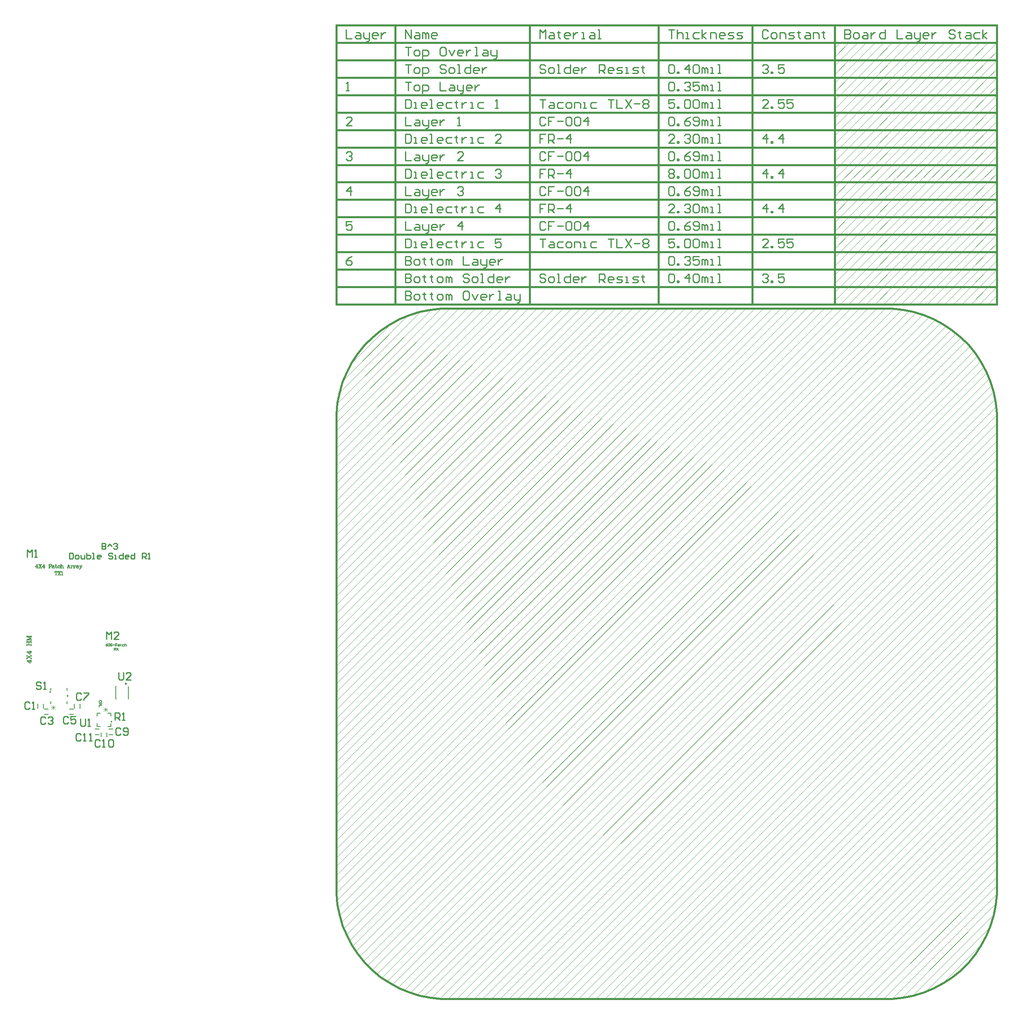
<source format=gto>
G04*
G04 #@! TF.GenerationSoftware,Altium Limited,Altium Designer,25.8.1 (18)*
G04*
G04 Layer_Color=65535*
%FSLAX26Y26*%
%MOIN*%
G70*
G04*
G04 #@! TF.SameCoordinates,AB66D781-FBCB-4B57-8275-DC7DE2197C71*
G04*
G04*
G04 #@! TF.FilePolarity,Positive*
G04*
G01*
G75*
%ADD10C,0.009842*%
%ADD11C,0.001000*%
%ADD12C,0.015000*%
%ADD13C,0.007874*%
%ADD14C,0.006000*%
%ADD15C,0.005000*%
%ADD16C,0.010000*%
%ADD17C,0.003000*%
G36*
X-435606Y254996D02*
X-435606Y239996D01*
X-445606Y239996D01*
X-445606Y254996D01*
X-435606Y254996D01*
X-435606Y254996D02*
G37*
G36*
X-303606Y223500D02*
X-303606Y208500D01*
X-293606Y208500D01*
X-293606Y223500D01*
X-303606Y223500D01*
X-303606Y223500D02*
G37*
G36*
X56697Y-3469D02*
X56697Y11531D01*
X66697Y11531D01*
X66697Y-3469D01*
X56697Y-3469D01*
X56697Y-3469D02*
G37*
D10*
X183976Y316394D02*
G03*
X183976Y316394I-4921J0D01*
G01*
D11*
X2026395Y2940296D02*
X2359635Y3273536D01*
X1962624Y2805039D02*
X2494892Y3337307D01*
X1930722Y2701651D02*
X2598280Y3369209D01*
X1913956Y2613399D02*
X2686533Y3385975D01*
X1906161Y2534117D02*
X2765680Y3393637D01*
X1906007Y2462477D02*
X2837230Y3393701D01*
X1906007Y2390992D02*
X2908716Y3393701D01*
X1906008Y2319506D02*
X2980202Y3393701D01*
X1906008Y2248021D02*
X3051688Y3393701D01*
X1906008Y2176535D02*
X3123174Y3393701D01*
X1906009Y2105050D02*
X3194660Y3393701D01*
X1906009Y2033564D02*
X3266146Y3393701D01*
X1906010Y1962079D02*
X3337632Y3393701D01*
X1906010Y1890593D02*
X3409118Y3393701D01*
X1906011Y1819108D02*
X3480604Y3393701D01*
X1906011Y1747622D02*
X3552090Y3393701D01*
X1906012Y1676136D02*
X3623576Y3393701D01*
X1906012Y1604651D02*
X3695062Y3393701D01*
X1906013Y1533165D02*
X3766548Y3393701D01*
X1906013Y1461680D02*
X3838034Y3393701D01*
X1906014Y1390194D02*
X3909520Y3393701D01*
X1906014Y1318709D02*
X3981006Y3393701D01*
X1906014Y1247223D02*
X4052492Y3393701D01*
X1906015Y1175737D02*
X4123978Y3393701D01*
X1906015Y1104252D02*
X4195464Y3393701D01*
X1906016Y1032766D02*
X4266950Y3393701D01*
X1906016Y961281D02*
X4338436Y3393701D01*
X1906017Y889795D02*
X4409922Y3393701D01*
X1906017Y818310D02*
X4481408Y3393701D01*
X1906017Y746824D02*
X4552894Y3393701D01*
X1906018Y675339D02*
X4624380Y3393701D01*
X1906018Y603853D02*
X4695866Y3393701D01*
X1906019Y532368D02*
X4767352Y3393701D01*
X1906019Y460882D02*
X4838838Y3393701D01*
X1906020Y389397D02*
X4910324Y3393701D01*
X1906020Y317911D02*
X4981810Y3393701D01*
X1906021Y246425D02*
X5053296Y3393701D01*
X1906021Y174940D02*
X5124782Y3393701D01*
X1906022Y103454D02*
X5196268Y3393701D01*
X1906022Y31969D02*
X5267754Y3393701D01*
X1906023Y-39517D02*
X5339240Y3393701D01*
X1906023Y-111002D02*
X5410726Y3393701D01*
X1906023Y-182488D02*
X5482212Y3393701D01*
X1906024Y-253974D02*
X5553698Y3393701D01*
X1906024Y-325459D02*
X5625184Y3393701D01*
X1906025Y-396945D02*
X5696670Y3393701D01*
X1906025Y-468430D02*
X5768156Y3393701D01*
X1906026Y-539916D02*
X5839642Y3393701D01*
X1906026Y-611401D02*
X5911128Y3393701D01*
X1906026Y-682887D02*
X5982614Y3393701D01*
X1906027Y-754372D02*
X6054100Y3393701D01*
X1906027Y-825858D02*
X6125586Y3393701D01*
X1906028Y-897343D02*
X6197072Y3393701D01*
X1906028Y-968829D02*
X6268558Y3393701D01*
X1906029Y-1040314D02*
X6340044Y3393701D01*
X1906029Y-1111800D02*
X6411530Y3393701D01*
X1906030Y-1183286D02*
X6481624Y3392309D01*
X1906030Y-1254771D02*
X6546700Y3385899D01*
X1906031Y-1326257D02*
X6606919Y3374631D01*
X1906031Y-1397743D02*
X6664502Y3360729D01*
X1911555Y-1463704D02*
X6719350Y3344091D01*
X1920695Y-1526050D02*
X6770437Y3323691D01*
X1932733Y-1585498D02*
X6820001Y3301770D01*
X1949371Y-1640347D02*
X6866587Y3276869D01*
X1968092Y-1693111D02*
X6911069Y3249865D01*
X1989030Y-1743659D02*
X6953921Y3221232D01*
X2013368Y-1790808D02*
X6993770Y3189595D01*
X2038915Y-1836747D02*
X7032735Y3157074D01*
X2067548Y-1879599D02*
X7068478Y3121331D01*
X2097784Y-1920849D02*
X7103080Y3084446D01*
X2130006Y-1960113D02*
X7135302Y3045183D01*
X2164674Y-1996931D02*
X7165471Y3003866D01*
X2200417Y-2032674D02*
X7194104Y2961013D01*
X2239448Y-2065129D02*
X7219581Y2915004D01*
X2279364Y-2096699D02*
X7243845Y2867782D01*
X2322217Y-2125332D02*
X7264783Y2817233D01*
X2366769Y-2152267D02*
X7283423Y2764388D01*
X2413354Y-2177167D02*
X7300061Y2709540D01*
X2462993Y-2199014D02*
X7312009Y2650002D01*
X2514160Y-2219333D02*
X7321047Y2587554D01*
X2569008Y-2235971D02*
X7326452Y2521472D01*
X2626681Y-2249784D02*
X7326452Y2449986D01*
X2687002Y-2260950D02*
X7326452Y2378500D01*
X2752078Y-2267359D02*
X7326452Y2307014D01*
X2822312Y-2268611D02*
X7326452Y2235528D01*
X2893798Y-2268611D02*
X7326452Y2164042D01*
X2965284Y-2268611D02*
X7326452Y2092556D01*
X3036770Y-2268611D02*
X7326452Y2021070D01*
X3108256Y-2268611D02*
X7326452Y1949584D01*
X3179742Y-2268611D02*
X7326452Y1878098D01*
X3251228Y-2268611D02*
X7326452Y1806612D01*
X3322714Y-2268611D02*
X7326452Y1735126D01*
X3394200Y-2268611D02*
X7326452Y1663640D01*
X3465686Y-2268611D02*
X7326452Y1592154D01*
X3537172Y-2268611D02*
X7326452Y1520668D01*
X3608658Y-2268611D02*
X7326452Y1449182D01*
X3680144Y-2268611D02*
X7326452Y1377696D01*
X3751630Y-2268611D02*
X7326452Y1306210D01*
X3823116Y-2268611D02*
X7326452Y1234724D01*
X3894602Y-2268611D02*
X7326452Y1163238D01*
X3966088Y-2268611D02*
X7326452Y1091752D01*
X4037574Y-2268611D02*
X7326452Y1020266D01*
X4109060Y-2268611D02*
X7326452Y948780D01*
X4180546Y-2268611D02*
X7326452Y877294D01*
X4252032Y-2268611D02*
X7326452Y805808D01*
X4323518Y-2268611D02*
X7326452Y734322D01*
X4395004Y-2268611D02*
X7326452Y662836D01*
X4466490Y-2268611D02*
X7326452Y591350D01*
X4537976Y-2268611D02*
X7326452Y519864D01*
X4609462Y-2268611D02*
X7326452Y448378D01*
X4680948Y-2268611D02*
X7326452Y376892D01*
X4752434Y-2268611D02*
X7326452Y305406D01*
X4823920Y-2268611D02*
X7326452Y233920D01*
X4895406Y-2268611D02*
X7326452Y162434D01*
X4966892Y-2268611D02*
X7326452Y90948D01*
X5038378Y-2268611D02*
X7326452Y19462D01*
X5109864Y-2268611D02*
X7326452Y-52024D01*
X5181350Y-2268611D02*
X7326452Y-123510D01*
X5252836Y-2268611D02*
X7326452Y-194996D01*
X5324322Y-2268611D02*
X7326452Y-266482D01*
X5395808Y-2268611D02*
X7326452Y-337968D01*
X5467294Y-2268611D02*
X7326452Y-409454D01*
X5538780Y-2268611D02*
X7326452Y-480940D01*
X5610266Y-2268611D02*
X7326452Y-552426D01*
X5681752Y-2268611D02*
X7326452Y-623912D01*
X5753238Y-2268611D02*
X7326452Y-695398D01*
X5824724Y-2268611D02*
X7326452Y-766884D01*
X5896210Y-2268611D02*
X7326452Y-838370D01*
X5967696Y-2268611D02*
X7326452Y-909856D01*
X6039182Y-2268611D02*
X7326452Y-981342D01*
X6110668Y-2268611D02*
X7326452Y-1052828D01*
X6182154Y-2268611D02*
X7326452Y-1124314D01*
X6253640Y-2268611D02*
X7326452Y-1195800D01*
X6325126Y-2268611D02*
X7326452Y-1267286D01*
X6396612Y-2268611D02*
X7326452Y-1338772D01*
X6468222Y-2268487D02*
X7326127Y-1410582D01*
X6547495Y-2260701D02*
X7318321Y-1489874D01*
X6635947Y-2243735D02*
X7301355Y-1578327D01*
X6739994Y-2211174D02*
X7268794Y-1682373D01*
X6875885Y-2146769D02*
X7204389Y-1818264D01*
X5996251Y5530030D02*
X6039702Y5573481D01*
X5996251Y5458544D02*
X6111188Y5573481D01*
X6039702Y5430509D02*
X6182674Y5573481D01*
X6111188Y5430509D02*
X6254160Y5573481D01*
X6182674Y5430509D02*
X6325646Y5573481D01*
X6254160Y5430509D02*
X6397132Y5573481D01*
X6325646Y5430509D02*
X6468618Y5573481D01*
X6397132Y5430509D02*
X6540104Y5573481D01*
X6468618Y5430509D02*
X6611590Y5573481D01*
X6540104Y5430509D02*
X6683076Y5573481D01*
X6611590Y5430509D02*
X6754562Y5573481D01*
X6683076Y5430509D02*
X6826048Y5573481D01*
X6754562Y5430509D02*
X6897534Y5573481D01*
X6826048Y5430509D02*
X6969020Y5573481D01*
X6897534Y5430509D02*
X7040506Y5573481D01*
X6969020Y5430509D02*
X7111992Y5573481D01*
X7040506Y5430509D02*
X7183478Y5573481D01*
X7111992Y5430509D02*
X7254964Y5573481D01*
X7183478Y5430509D02*
X7326450Y5573481D01*
X7254964Y5430509D02*
X7326450Y5501995D01*
X5996251Y5387058D02*
X6039702Y5430509D01*
X5996251Y5315572D02*
X6111188Y5430509D01*
X6039702Y5287537D02*
X6182674Y5430509D01*
X6111188Y5287537D02*
X6254160Y5430509D01*
X6182674Y5287537D02*
X6325646Y5430509D01*
X6254160Y5287537D02*
X6397132Y5430509D01*
X6325646Y5287537D02*
X6468618Y5430509D01*
X6397132Y5287537D02*
X6540104Y5430509D01*
X6468618Y5287537D02*
X6611590Y5430509D01*
X6540104Y5287537D02*
X6683076Y5430509D01*
X6611590Y5287537D02*
X6754562Y5430509D01*
X6683076Y5287537D02*
X6826048Y5430509D01*
X6754562Y5287537D02*
X6897534Y5430509D01*
X6826048Y5287537D02*
X6969020Y5430509D01*
X6897534Y5287537D02*
X7040506Y5430509D01*
X6969020Y5287537D02*
X7111992Y5430509D01*
X7040506Y5287537D02*
X7183478Y5430509D01*
X7111992Y5287537D02*
X7254964Y5430509D01*
X7183478Y5287537D02*
X7326450Y5430509D01*
X7254964Y5287537D02*
X7326450Y5359023D01*
X5996251Y5244086D02*
X6039702Y5287537D01*
X5996251Y5172600D02*
X6111188Y5287537D01*
X6039702Y5144565D02*
X6182674Y5287537D01*
X6111188Y5144565D02*
X6254160Y5287537D01*
X6182674Y5144565D02*
X6325646Y5287537D01*
X6254160Y5144565D02*
X6397132Y5287537D01*
X6325646Y5144565D02*
X6468618Y5287537D01*
X6397132Y5144565D02*
X6540104Y5287537D01*
X6468618Y5144565D02*
X6611590Y5287537D01*
X6540104Y5144565D02*
X6683076Y5287537D01*
X6611590Y5144565D02*
X6754562Y5287537D01*
X6683076Y5144565D02*
X6826048Y5287537D01*
X6754562Y5144565D02*
X6897534Y5287537D01*
X6826048Y5144565D02*
X6969020Y5287537D01*
X6897534Y5144565D02*
X7040506Y5287537D01*
X6969020Y5144565D02*
X7111992Y5287537D01*
X7040506Y5144565D02*
X7183478Y5287537D01*
X7111992Y5144565D02*
X7254964Y5287537D01*
X7183478Y5144565D02*
X7326450Y5287537D01*
X7254964Y5144565D02*
X7326450Y5216051D01*
X5996251Y5101114D02*
X6039702Y5144565D01*
X5996251Y5029628D02*
X6111188Y5144565D01*
X6039702Y5001593D02*
X6182674Y5144565D01*
X6111188Y5001593D02*
X6254160Y5144565D01*
X6182674Y5001593D02*
X6325646Y5144565D01*
X6254160Y5001593D02*
X6397132Y5144565D01*
X6325646Y5001593D02*
X6468618Y5144565D01*
X6397132Y5001593D02*
X6540104Y5144565D01*
X6468618Y5001593D02*
X6611590Y5144565D01*
X6540104Y5001593D02*
X6683076Y5144565D01*
X6611590Y5001593D02*
X6754562Y5144565D01*
X6683076Y5001593D02*
X6826048Y5144565D01*
X6754562Y5001593D02*
X6897534Y5144565D01*
X6826048Y5001593D02*
X6969020Y5144565D01*
X6897534Y5001593D02*
X7040506Y5144565D01*
X6969020Y5001593D02*
X7111992Y5144565D01*
X7040506Y5001593D02*
X7183478Y5144565D01*
X7111992Y5001593D02*
X7254964Y5144565D01*
X7183478Y5001593D02*
X7326450Y5144565D01*
X7254964Y5001593D02*
X7326450Y5073079D01*
X5996251Y4958142D02*
X6039702Y5001593D01*
X5996251Y4886656D02*
X6111188Y5001593D01*
X6039702Y4858621D02*
X6182674Y5001593D01*
X6111188Y4858621D02*
X6254160Y5001593D01*
X6182674Y4858621D02*
X6325646Y5001593D01*
X6254160Y4858621D02*
X6397132Y5001593D01*
X6325646Y4858621D02*
X6468618Y5001593D01*
X6397132Y4858621D02*
X6540104Y5001593D01*
X6468618Y4858621D02*
X6611590Y5001593D01*
X6540104Y4858621D02*
X6683076Y5001593D01*
X6611590Y4858621D02*
X6754562Y5001593D01*
X6683076Y4858621D02*
X6826048Y5001593D01*
X6754562Y4858621D02*
X6897534Y5001593D01*
X6826048Y4858621D02*
X6969020Y5001593D01*
X6897534Y4858621D02*
X7040506Y5001593D01*
X6969020Y4858621D02*
X7111992Y5001593D01*
X7040506Y4858621D02*
X7183478Y5001593D01*
X7111992Y4858621D02*
X7254964Y5001593D01*
X7183478Y4858621D02*
X7326450Y5001593D01*
X7254964Y4858621D02*
X7326450Y4930107D01*
X5996251Y4815170D02*
X6039702Y4858621D01*
X5996251Y4743684D02*
X6111188Y4858621D01*
X6039702Y4715649D02*
X6182674Y4858621D01*
X6111188Y4715649D02*
X6254160Y4858621D01*
X6182674Y4715649D02*
X6325646Y4858621D01*
X6254160Y4715649D02*
X6397132Y4858621D01*
X6325646Y4715649D02*
X6468618Y4858621D01*
X6397132Y4715649D02*
X6540104Y4858621D01*
X6468618Y4715649D02*
X6611590Y4858621D01*
X6540104Y4715649D02*
X6683076Y4858621D01*
X6611590Y4715649D02*
X6754562Y4858621D01*
X6683076Y4715649D02*
X6826048Y4858621D01*
X6754562Y4715649D02*
X6897534Y4858621D01*
X6826048Y4715649D02*
X6969020Y4858621D01*
X6897534Y4715649D02*
X7040506Y4858621D01*
X6969020Y4715649D02*
X7111992Y4858621D01*
X7040506Y4715649D02*
X7183478Y4858621D01*
X7111992Y4715649D02*
X7254964Y4858621D01*
X7183478Y4715649D02*
X7326450Y4858621D01*
X7254964Y4715649D02*
X7326450Y4787135D01*
X5996251Y4672198D02*
X6039702Y4715649D01*
X5996251Y4600712D02*
X6111188Y4715649D01*
X6039702Y4572677D02*
X6182674Y4715649D01*
X6111188Y4572677D02*
X6254160Y4715649D01*
X6182674Y4572677D02*
X6325646Y4715649D01*
X6254160Y4572677D02*
X6397132Y4715649D01*
X6325646Y4572677D02*
X6468618Y4715649D01*
X6397132Y4572677D02*
X6540104Y4715649D01*
X6468618Y4572677D02*
X6611590Y4715649D01*
X6540104Y4572677D02*
X6683076Y4715649D01*
X6611590Y4572677D02*
X6754562Y4715649D01*
X6683076Y4572677D02*
X6826048Y4715649D01*
X6754562Y4572677D02*
X6897534Y4715649D01*
X6826048Y4572677D02*
X6969020Y4715649D01*
X6897534Y4572677D02*
X7040506Y4715649D01*
X6969020Y4572677D02*
X7111992Y4715649D01*
X7040506Y4572677D02*
X7183478Y4715649D01*
X7111992Y4572677D02*
X7254964Y4715649D01*
X7183478Y4572677D02*
X7326450Y4715649D01*
X7254964Y4572677D02*
X7326450Y4644163D01*
X5996251Y4529226D02*
X6039702Y4572677D01*
X5996251Y4457740D02*
X6111188Y4572677D01*
X6039702Y4429705D02*
X6182674Y4572677D01*
X6111188Y4429705D02*
X6254160Y4572677D01*
X6182674Y4429705D02*
X6325646Y4572677D01*
X6254160Y4429705D02*
X6397132Y4572677D01*
X6325646Y4429705D02*
X6468618Y4572677D01*
X6397132Y4429705D02*
X6540104Y4572677D01*
X6468618Y4429705D02*
X6611590Y4572677D01*
X6540104Y4429705D02*
X6683076Y4572677D01*
X6611590Y4429705D02*
X6754562Y4572677D01*
X6683076Y4429705D02*
X6826048Y4572677D01*
X6754562Y4429705D02*
X6897534Y4572677D01*
X6826048Y4429705D02*
X6969020Y4572677D01*
X6897534Y4429705D02*
X7040506Y4572677D01*
X6969020Y4429705D02*
X7111992Y4572677D01*
X7040506Y4429705D02*
X7183478Y4572677D01*
X7111992Y4429705D02*
X7254964Y4572677D01*
X7183478Y4429705D02*
X7326450Y4572677D01*
X7254964Y4429705D02*
X7326450Y4501191D01*
X5996251Y4386254D02*
X6039702Y4429705D01*
X5996251Y4314768D02*
X6111188Y4429705D01*
X6039702Y4286733D02*
X6182674Y4429705D01*
X6111188Y4286733D02*
X6254160Y4429705D01*
X6182674Y4286733D02*
X6325646Y4429705D01*
X6254160Y4286733D02*
X6397132Y4429705D01*
X6325646Y4286733D02*
X6468618Y4429705D01*
X6397132Y4286733D02*
X6540104Y4429705D01*
X6468618Y4286733D02*
X6611590Y4429705D01*
X6540104Y4286733D02*
X6683076Y4429705D01*
X6611590Y4286733D02*
X6754562Y4429705D01*
X6683076Y4286733D02*
X6826048Y4429705D01*
X6754562Y4286733D02*
X6897534Y4429705D01*
X6826048Y4286733D02*
X6969020Y4429705D01*
X6897534Y4286733D02*
X7040506Y4429705D01*
X6969020Y4286733D02*
X7111992Y4429705D01*
X7040506Y4286733D02*
X7183478Y4429705D01*
X7111992Y4286733D02*
X7254964Y4429705D01*
X7183478Y4286733D02*
X7326450Y4429705D01*
X7254964Y4286733D02*
X7326450Y4358219D01*
X5996251Y4243282D02*
X6039702Y4286733D01*
X5996251Y4171796D02*
X6111188Y4286733D01*
X6039702Y4143761D02*
X6182674Y4286733D01*
X6111188Y4143761D02*
X6254160Y4286733D01*
X6182674Y4143761D02*
X6325646Y4286733D01*
X6254160Y4143761D02*
X6397132Y4286733D01*
X6325646Y4143761D02*
X6468618Y4286733D01*
X6397132Y4143761D02*
X6540104Y4286733D01*
X6468618Y4143761D02*
X6611590Y4286733D01*
X6540104Y4143761D02*
X6683076Y4286733D01*
X6611590Y4143761D02*
X6754562Y4286733D01*
X6683076Y4143761D02*
X6826048Y4286733D01*
X6754562Y4143761D02*
X6897534Y4286733D01*
X6826048Y4143761D02*
X6969020Y4286733D01*
X6897534Y4143761D02*
X7040506Y4286733D01*
X6969020Y4143761D02*
X7111992Y4286733D01*
X7040506Y4143761D02*
X7183478Y4286733D01*
X7111992Y4143761D02*
X7254964Y4286733D01*
X7183478Y4143761D02*
X7326450Y4286733D01*
X7254964Y4143761D02*
X7326450Y4215247D01*
X5996251Y4100310D02*
X6039702Y4143761D01*
X5996251Y4028824D02*
X6111188Y4143761D01*
X6039702Y4000789D02*
X6182674Y4143761D01*
X6111188Y4000789D02*
X6254160Y4143761D01*
X6182674Y4000789D02*
X6325646Y4143761D01*
X6254160Y4000789D02*
X6397132Y4143761D01*
X6325646Y4000789D02*
X6468618Y4143761D01*
X6397132Y4000789D02*
X6540104Y4143761D01*
X6468618Y4000789D02*
X6611590Y4143761D01*
X6540104Y4000789D02*
X6683076Y4143761D01*
X6611590Y4000789D02*
X6754562Y4143761D01*
X6683076Y4000789D02*
X6826048Y4143761D01*
X6754562Y4000789D02*
X6897534Y4143761D01*
X6826048Y4000789D02*
X6969020Y4143761D01*
X6897534Y4000789D02*
X7040506Y4143761D01*
X6969020Y4000789D02*
X7111992Y4143761D01*
X7040506Y4000789D02*
X7183478Y4143761D01*
X7111992Y4000789D02*
X7254964Y4143761D01*
X7183478Y4000789D02*
X7326450Y4143761D01*
X7254964Y4000789D02*
X7326450Y4072275D01*
X5996251Y3957338D02*
X6039702Y4000789D01*
X5996251Y3885852D02*
X6111188Y4000789D01*
X6039702Y3857817D02*
X6182674Y4000789D01*
X6111188Y3857817D02*
X6254160Y4000789D01*
X6182674Y3857817D02*
X6325646Y4000789D01*
X6254160Y3857817D02*
X6397132Y4000789D01*
X6325646Y3857817D02*
X6468618Y4000789D01*
X6397132Y3857817D02*
X6540104Y4000789D01*
X6468618Y3857817D02*
X6611590Y4000789D01*
X6540104Y3857817D02*
X6683076Y4000789D01*
X6611590Y3857817D02*
X6754562Y4000789D01*
X6683076Y3857817D02*
X6826048Y4000789D01*
X6754562Y3857817D02*
X6897534Y4000789D01*
X6826048Y3857817D02*
X6969020Y4000789D01*
X6897534Y3857817D02*
X7040506Y4000789D01*
X6969020Y3857817D02*
X7111992Y4000789D01*
X7040506Y3857817D02*
X7183478Y4000789D01*
X7111992Y3857817D02*
X7254964Y4000789D01*
X7183478Y3857817D02*
X7326450Y4000789D01*
X7254964Y3857817D02*
X7326450Y3929303D01*
X5996251Y3814366D02*
X6039702Y3857817D01*
X5996251Y3742880D02*
X6111188Y3857817D01*
X6039702Y3714845D02*
X6182674Y3857817D01*
X6111188Y3714845D02*
X6254160Y3857817D01*
X6182674Y3714845D02*
X6325646Y3857817D01*
X6254160Y3714845D02*
X6397132Y3857817D01*
X6325646Y3714845D02*
X6468618Y3857817D01*
X6397132Y3714845D02*
X6540104Y3857817D01*
X6468618Y3714845D02*
X6611590Y3857817D01*
X6540104Y3714845D02*
X6683076Y3857817D01*
X6611590Y3714845D02*
X6754562Y3857817D01*
X6683076Y3714845D02*
X6826048Y3857817D01*
X6754562Y3714845D02*
X6897534Y3857817D01*
X6826048Y3714845D02*
X6969020Y3857817D01*
X6897534Y3714845D02*
X7040506Y3857817D01*
X6969020Y3714845D02*
X7111992Y3857817D01*
X7040506Y3714845D02*
X7183478Y3857817D01*
X7111992Y3714845D02*
X7254964Y3857817D01*
X7183478Y3714845D02*
X7326450Y3857817D01*
X7254964Y3714845D02*
X7326450Y3786331D01*
X5996251Y3671394D02*
X6039702Y3714845D01*
X5996251Y3599908D02*
X6111188Y3714845D01*
X6039702Y3571873D02*
X6182674Y3714845D01*
X6111188Y3571873D02*
X6254160Y3714845D01*
X6182674Y3571873D02*
X6325646Y3714845D01*
X6254160Y3571873D02*
X6397132Y3714845D01*
X6325646Y3571873D02*
X6468618Y3714845D01*
X6397132Y3571873D02*
X6540104Y3714845D01*
X6468618Y3571873D02*
X6611590Y3714845D01*
X6540104Y3571873D02*
X6683076Y3714845D01*
X6611590Y3571873D02*
X6754562Y3714845D01*
X6683076Y3571873D02*
X6826048Y3714845D01*
X6754562Y3571873D02*
X6897534Y3714845D01*
X6826048Y3571873D02*
X6969020Y3714845D01*
X6897534Y3571873D02*
X7040506Y3714845D01*
X6969020Y3571873D02*
X7111992Y3714845D01*
X7040506Y3571873D02*
X7183478Y3714845D01*
X7111992Y3571873D02*
X7254964Y3714845D01*
X7183478Y3571873D02*
X7326450Y3714845D01*
X7254964Y3571873D02*
X7326450Y3643359D01*
X5996251Y3528422D02*
X6039702Y3571873D01*
X5996251Y3456936D02*
X6111188Y3571873D01*
X6039702Y3428901D02*
X6182674Y3571873D01*
X6111188Y3428901D02*
X6254160Y3571873D01*
X6182674Y3428901D02*
X6325646Y3571873D01*
X6254160Y3428901D02*
X6397132Y3571873D01*
X6325646Y3428901D02*
X6468618Y3571873D01*
X6397132Y3428901D02*
X6540104Y3571873D01*
X6468618Y3428901D02*
X6611590Y3571873D01*
X6540104Y3428901D02*
X6683076Y3571873D01*
X6611590Y3428901D02*
X6754562Y3571873D01*
X6683076Y3428901D02*
X6826048Y3571873D01*
X6754562Y3428901D02*
X6897534Y3571873D01*
X6826048Y3428901D02*
X6969020Y3571873D01*
X6897534Y3428901D02*
X7040506Y3571873D01*
X6969020Y3428901D02*
X7111992Y3571873D01*
X7040506Y3428901D02*
X7183478Y3571873D01*
X7111992Y3428901D02*
X7254964Y3571873D01*
X7183478Y3428901D02*
X7326450Y3571873D01*
X7254964Y3428901D02*
X7326450Y3500387D01*
D12*
X1906007Y2487424D02*
X1906031Y-1362354D01*
X1906007Y2487424D02*
X1906007Y2531920D01*
X1914729Y2620483D01*
X1932091Y2707765D01*
X1957924Y2792925D01*
X1991979Y2875143D01*
X2033930Y2953627D01*
X2083371Y3027621D01*
X2139827Y3096412D01*
X2202753Y3159339D01*
X2271545Y3215795D01*
X2345539Y3265236D01*
X2424023Y3307187D01*
X2506240Y3341242D01*
X2591401Y3367075D01*
X2678682Y3384437D01*
X2767246Y3393160D01*
X2811742Y3393160D01*
X6420716Y3393160D01*
X6465212Y3393160D01*
X6553775Y3384437D01*
X6641057Y3367075D01*
X6726217Y3341242D01*
X6808435Y3307187D01*
X6886919Y3265236D01*
X6960913Y3215795D01*
X7029704Y3159339D01*
X7092631Y3096412D01*
X7149087Y3027621D01*
X7198528Y2953627D01*
X7240479Y2875143D01*
X7274534Y2792925D01*
X7300367Y2707765D01*
X7317729Y2620483D01*
X7326452Y2531920D01*
X7326452Y2487424D02*
X7326452Y2531920D01*
X7326452Y-1362330D02*
X7326452Y2487424D01*
X7326427Y-1406802D02*
X7326452Y-1362330D01*
X7317705Y-1495366D02*
X7326427Y-1406802D01*
X7300343Y-1582648D02*
X7317705Y-1495366D01*
X7274510Y-1667808D02*
X7300343Y-1582648D01*
X7240454Y-1750025D02*
X7274510Y-1667808D01*
X7198504Y-1828509D02*
X7240454Y-1750025D01*
X7149063Y-1902503D02*
X7198504Y-1828509D01*
X7092607Y-1971295D02*
X7149063Y-1902503D01*
X7029680Y-2034222D02*
X7092607Y-1971295D01*
X6960888Y-2090677D02*
X7029680Y-2034222D01*
X6886895Y-2140118D02*
X6960888Y-2090677D01*
X6808411Y-2182069D02*
X6886895Y-2140118D01*
X6726193Y-2216125D02*
X6808411Y-2182069D01*
X6641033Y-2241957D02*
X6726193Y-2216125D01*
X6553751Y-2259319D02*
X6641033Y-2241957D01*
X6465188Y-2268042D02*
X6553751Y-2259319D01*
X6420692Y-2268042D02*
X6465188Y-2268042D01*
X2811718Y-2268042D02*
X6420692Y-2268042D01*
X2767270Y-2268090D02*
X2811718Y-2268042D01*
X2678707Y-2259367D02*
X2767270Y-2268090D01*
X2591425Y-2242006D02*
X2678707Y-2259367D01*
X2506265Y-2216173D02*
X2591425Y-2242006D01*
X2424047Y-2182117D02*
X2506265Y-2216173D01*
X2345563Y-2140166D02*
X2424047Y-2182117D01*
X2271570Y-2090726D02*
X2345563Y-2140166D01*
X2202778Y-2034270D02*
X2271570Y-2090726D01*
X2139851Y-1971343D02*
X2202778Y-2034270D01*
X2083395Y-1902551D02*
X2139851Y-1971343D01*
X2033954Y-1828557D02*
X2083395Y-1902551D01*
X1992004Y-1750073D02*
X2033954Y-1828557D01*
X1957948Y-1667856D02*
X1992004Y-1750073D01*
X1932115Y-1582696D02*
X1957948Y-1667856D01*
X1914753Y-1495414D02*
X1932115Y-1582696D01*
X1906031Y-1406850D02*
X1914753Y-1495414D01*
X1906031Y-1406850D02*
X1906031Y-1362354D01*
X7326450Y3428901D02*
X7326450Y5716453D01*
X5996251Y5430509D02*
X7326450Y5430509D01*
X5996251Y5287537D02*
X7326450Y5287537D01*
X5996251Y5144565D02*
X7326450Y5144565D01*
X5996251Y5001593D02*
X7326450Y5001593D01*
X5996251Y4858621D02*
X7326450Y4858621D01*
X5996251Y4715649D02*
X7326450Y4715649D01*
X5996251Y4572677D02*
X7326450Y4572677D01*
X5996251Y4429705D02*
X7326450Y4429705D01*
X5996251Y4286733D02*
X7326450Y4286733D01*
X5996251Y4143761D02*
X7326450Y4143761D01*
X5996251Y4000789D02*
X7326450Y4000789D01*
X5996251Y3857817D02*
X7326450Y3857817D01*
X5996251Y3714845D02*
X7326450Y3714845D01*
X5996251Y3571873D02*
X7326450Y3571873D01*
X5996251Y3428901D02*
X7326450Y3428901D01*
X5996251Y3428901D02*
X5996251Y5716453D01*
X5321128Y5430509D02*
X5996251Y5430509D01*
X5321128Y5287537D02*
X5996251Y5287537D01*
X5321128Y5144565D02*
X5996251Y5144565D01*
X5321128Y5001593D02*
X5996251Y5001593D01*
X5321128Y4858621D02*
X5996251Y4858621D01*
X5321128Y4715649D02*
X5996251Y4715649D01*
X5321128Y4572677D02*
X5996251Y4572677D01*
X5321128Y4429705D02*
X5996251Y4429705D01*
X5321128Y4286733D02*
X5996251Y4286733D01*
X5321128Y4143761D02*
X5996251Y4143761D01*
X5321128Y4000789D02*
X5996251Y4000789D01*
X5321128Y3857817D02*
X5996251Y3857817D01*
X5321128Y3714845D02*
X5996251Y3714845D01*
X5321128Y3571873D02*
X5996251Y3571873D01*
X5321128Y3428901D02*
X5996251Y3428901D01*
X5321128Y3428901D02*
X5321128Y5716453D01*
X4550721Y5430509D02*
X5321128Y5430509D01*
X4550721Y5287537D02*
X5321128Y5287537D01*
X4550721Y5144565D02*
X5321128Y5144565D01*
X4550721Y5001593D02*
X5321128Y5001593D01*
X4550721Y4858621D02*
X5321128Y4858621D01*
X4550721Y4715649D02*
X5321128Y4715649D01*
X4550721Y4572677D02*
X5321128Y4572677D01*
X4550721Y4429705D02*
X5321128Y4429705D01*
X4550721Y4286733D02*
X5321128Y4286733D01*
X4550721Y4143761D02*
X5321128Y4143761D01*
X4550721Y4000789D02*
X5321128Y4000789D01*
X4550721Y3857817D02*
X5321128Y3857817D01*
X4550721Y3714845D02*
X5321128Y3714845D01*
X4550721Y3571873D02*
X5321128Y3571873D01*
X4550721Y3428901D02*
X5321128Y3428901D01*
X4550721Y3428901D02*
X4550721Y5716453D01*
X3494463Y5430509D02*
X4550721Y5430509D01*
X3494463Y5287537D02*
X4550721Y5287537D01*
X3494463Y5144565D02*
X4550721Y5144565D01*
X3494463Y5001593D02*
X4550721Y5001593D01*
X3494463Y4858621D02*
X4550721Y4858621D01*
X3494463Y4715649D02*
X4550721Y4715649D01*
X3494463Y4572677D02*
X4550721Y4572677D01*
X3494463Y4429705D02*
X4550721Y4429705D01*
X3494463Y4286733D02*
X4550721Y4286733D01*
X3494463Y4143761D02*
X4550721Y4143761D01*
X3494463Y4000789D02*
X4550721Y4000789D01*
X3494463Y3857817D02*
X4550721Y3857817D01*
X3494463Y3714845D02*
X4550721Y3714845D01*
X3494463Y3571873D02*
X4550721Y3571873D01*
X3494463Y3428901D02*
X4550721Y3428901D01*
X3494463Y3428901D02*
X3494463Y5716453D01*
X2390563Y5430509D02*
X3494463Y5430509D01*
X2390563Y5287537D02*
X3494463Y5287537D01*
X2390563Y5144565D02*
X3494463Y5144565D01*
X2390563Y5001593D02*
X3494463Y5001593D01*
X2390563Y4858621D02*
X3494463Y4858621D01*
X2390563Y4715649D02*
X3494463Y4715649D01*
X2390563Y4572677D02*
X3494463Y4572677D01*
X2390563Y4429705D02*
X3494463Y4429705D01*
X2390563Y4286733D02*
X3494463Y4286733D01*
X2390563Y4143761D02*
X3494463Y4143761D01*
X2390563Y4000789D02*
X3494463Y4000789D01*
X2390563Y3857817D02*
X3494463Y3857817D01*
X2390563Y3714845D02*
X3494463Y3714845D01*
X2390563Y3571873D02*
X3494463Y3571873D01*
X2390563Y3428901D02*
X3494463Y3428901D01*
X2390563Y3428901D02*
X2390563Y5716453D01*
X1906008Y5430509D02*
X2390563Y5430509D01*
X1906008Y5287537D02*
X2390563Y5287537D01*
X1906008Y5144565D02*
X2390563Y5144565D01*
X1906008Y5001593D02*
X2390563Y5001593D01*
X1906008Y4858621D02*
X2390563Y4858621D01*
X1906008Y4715649D02*
X2390563Y4715649D01*
X1906008Y4572677D02*
X2390563Y4572677D01*
X1906008Y4429705D02*
X2390563Y4429705D01*
X1906008Y4286733D02*
X2390563Y4286733D01*
X1906008Y4143761D02*
X2390563Y4143761D01*
X1906008Y4000789D02*
X2390563Y4000789D01*
X1906008Y3857817D02*
X2390563Y3857817D01*
X1906008Y3714845D02*
X2390563Y3714845D01*
X1906008Y3571873D02*
X2390563Y3571873D01*
X1906008Y3428901D02*
X2390563Y3428901D01*
X1906008Y3428901D02*
X1906008Y5716453D01*
X7326450Y5716453D01*
X1906008Y5573481D02*
X7326450Y5573481D01*
D13*
X-241693Y115525D02*
X-241693Y149491D01*
X-197204Y115525D02*
X-197204Y149491D01*
X-283506Y63835D02*
X-249540Y63835D01*
X-283506Y108323D02*
X-249540Y108323D01*
X-542008Y115525D02*
X-542008Y149491D01*
X-497520Y115525D02*
X-497520Y149491D01*
X-489672Y108323D02*
X-455706Y108323D01*
X-489672Y63835D02*
X-455706Y63835D01*
X39762Y-57032D02*
X73728Y-57032D01*
X39762Y-101520D02*
X73728Y-101520D01*
X-73334Y-101520D02*
X-39368Y-101520D01*
X-73334Y-57032D02*
X-39368Y-57032D01*
X22165Y-119881D02*
X22165Y-85915D01*
X-22323Y-119881D02*
X-22323Y-85915D01*
X198740Y294740D02*
X200709Y294740D01*
X98347Y294740D02*
X100315Y294740D01*
X98347Y192378D02*
X98347Y294740D01*
X198740Y192378D02*
X200709Y192378D01*
X98347Y192378D02*
X100315Y192378D01*
X200709Y192378D02*
X200709Y294740D01*
D14*
X56197Y49547D02*
X56197Y75779D01*
X29965Y-36221D02*
X56197Y-36221D01*
X-55803Y-36221D02*
X-55803Y-9989D01*
X-55803Y75779D02*
X-29571Y75779D01*
X29965Y75779D02*
X56197Y75779D01*
X56197Y-36221D02*
X56197Y-9989D01*
X-55803Y-36221D02*
X-29571Y-36221D01*
X-55803Y49547D02*
X-55803Y75779D01*
X-435606Y150000D02*
X-435606Y171042D01*
X-303606Y150000D02*
X-303606Y171042D01*
X-303606Y260958D02*
X-303606Y282000D01*
X-435606Y260958D02*
X-435606Y282000D01*
D15*
X28497Y645009D02*
X21938Y641729D01*
X15378Y635169D01*
X15378Y628610D01*
X18658Y625330D01*
X25217Y625330D01*
X28497Y628610D01*
X28497Y631890D01*
X25217Y635169D01*
X15378Y635169D01*
X35057Y641729D02*
X38336Y645009D01*
X44896Y645009D01*
X48176Y641729D01*
X48176Y628610D01*
X44896Y625330D01*
X38336Y625330D01*
X35057Y628610D01*
X35057Y641729D01*
X67854Y641729D02*
X64575Y645009D01*
X58015Y645009D01*
X54735Y641729D01*
X54735Y628610D01*
X58015Y625330D01*
X64575Y625330D01*
X67854Y628610D01*
X67854Y635169D01*
X61295Y635169D01*
X74414Y635169D02*
X87533Y635169D01*
X94092Y625330D02*
X94092Y645009D01*
X103932Y645009D01*
X107212Y641729D01*
X107212Y635169D01*
X103932Y631890D01*
X94092Y631890D01*
X117051Y638449D02*
X123610Y638449D01*
X126890Y635169D01*
X126890Y625330D01*
X117051Y625330D01*
X113771Y628610D01*
X117051Y631890D01*
X126890Y631890D01*
X136729Y641729D02*
X136729Y638449D01*
X133450Y638449D01*
X140009Y638449D01*
X136729Y638449D01*
X136729Y628610D01*
X140009Y625330D01*
X162968Y638449D02*
X153128Y638449D01*
X149849Y635169D01*
X149849Y628610D01*
X153128Y625330D01*
X162968Y625330D01*
X169527Y645009D02*
X169527Y625330D01*
X169527Y635169D01*
X172807Y638449D01*
X179366Y638449D01*
X182646Y635169D01*
X182646Y625330D01*
X82613Y589716D02*
X82613Y609394D01*
X92453Y609394D01*
X95732Y606115D01*
X95732Y599555D01*
X92453Y596275D01*
X82613Y596275D01*
X89173Y596275D02*
X95732Y589716D01*
X102292Y609394D02*
X115411Y589716D01*
X115411Y609394D02*
X102292Y589716D01*
X-547558Y1291732D02*
X-547558Y1265022D01*
X-539123Y1273457D02*
X-561615Y1273457D01*
X-546152Y1294543D01*
X-546152Y1265022D01*
X-551775Y1265022D02*
X-541935Y1265022D01*
X-532235Y1294543D02*
X-513960Y1265022D01*
X-530829Y1294543D02*
X-512554Y1265022D01*
X-512554Y1294543D02*
X-532235Y1265022D01*
X-535046Y1294543D02*
X-526612Y1294543D01*
X-518177Y1294543D02*
X-509742Y1294543D01*
X-535046Y1265022D02*
X-526612Y1265022D01*
X-518177Y1265022D02*
X-509742Y1265022D01*
X-491889Y1291732D02*
X-491889Y1265022D01*
X-483454Y1273457D02*
X-505947Y1273457D01*
X-490483Y1294543D01*
X-490483Y1265022D01*
X-496106Y1265022D02*
X-486266Y1265022D01*
X-448591Y1294543D02*
X-448591Y1265022D01*
X-447186Y1294543D02*
X-447186Y1265022D01*
X-452809Y1294543D02*
X-435939Y1294543D01*
X-431722Y1293137D01*
X-430316Y1291732D01*
X-428911Y1288920D01*
X-428911Y1284703D01*
X-430316Y1281891D01*
X-431722Y1280485D01*
X-435939Y1279080D01*
X-447186Y1279080D01*
X-435939Y1294543D02*
X-433128Y1293137D01*
X-431722Y1291732D01*
X-430316Y1288920D01*
X-430316Y1284703D01*
X-431722Y1281891D01*
X-433128Y1280485D01*
X-435939Y1279080D01*
X-452809Y1265022D02*
X-442968Y1265022D01*
X-422163Y1281891D02*
X-422163Y1280485D01*
X-423569Y1280485D01*
X-423569Y1281891D01*
X-422163Y1283297D01*
X-419351Y1284703D01*
X-413728Y1284703D01*
X-410917Y1283297D01*
X-409511Y1281891D01*
X-408105Y1279080D01*
X-408105Y1269239D01*
X-406699Y1266428D01*
X-405294Y1265022D01*
X-409511Y1281891D02*
X-409511Y1269239D01*
X-408105Y1266428D01*
X-405294Y1265022D01*
X-403888Y1265022D01*
X-409511Y1279080D02*
X-410917Y1277674D01*
X-419351Y1276268D01*
X-423569Y1274862D01*
X-424974Y1272051D01*
X-424974Y1269239D01*
X-423569Y1266428D01*
X-419351Y1265022D01*
X-415134Y1265022D01*
X-412322Y1266428D01*
X-409511Y1269239D01*
X-419351Y1276268D02*
X-422163Y1274862D01*
X-423569Y1272051D01*
X-423569Y1269239D01*
X-422163Y1266428D01*
X-419351Y1265022D01*
X-391236Y1265022D02*
X-392642Y1266428D01*
X-394047Y1270645D01*
X-394047Y1294543D01*
X-395453Y1294543D01*
X-395453Y1270645D01*
X-394047Y1266428D01*
X-391236Y1265022D01*
X-388424Y1265022D01*
X-385613Y1266428D01*
X-384207Y1269239D01*
X-399670Y1284703D02*
X-388424Y1284703D01*
X-362558Y1280485D02*
X-363964Y1279080D01*
X-362558Y1277674D01*
X-361152Y1279080D01*
X-361152Y1280485D01*
X-363964Y1283297D01*
X-366775Y1284703D01*
X-370993Y1284703D01*
X-375210Y1283297D01*
X-378021Y1280485D01*
X-379427Y1276268D01*
X-379427Y1273457D01*
X-378021Y1269239D01*
X-375210Y1266428D01*
X-370993Y1265022D01*
X-368181Y1265022D01*
X-363964Y1266428D01*
X-361152Y1269239D01*
X-370993Y1284703D02*
X-373804Y1283297D01*
X-376616Y1280485D01*
X-378021Y1276268D01*
X-378021Y1273457D01*
X-376616Y1269239D01*
X-373804Y1266428D01*
X-370993Y1265022D01*
X-352436Y1294543D02*
X-352436Y1265022D01*
X-351031Y1294543D02*
X-351031Y1265022D01*
X-351031Y1280485D02*
X-348219Y1283297D01*
X-344002Y1284703D01*
X-341190Y1284703D01*
X-336973Y1283297D01*
X-335567Y1280485D01*
X-335567Y1265022D01*
X-341190Y1284703D02*
X-338378Y1283297D01*
X-336973Y1280485D01*
X-336973Y1265022D01*
X-356654Y1294543D02*
X-351031Y1294543D01*
X-356654Y1265022D02*
X-346813Y1265022D01*
X-341190Y1265022D02*
X-331350Y1265022D01*
X-288333Y1294543D02*
X-298173Y1265022D01*
X-288333Y1294543D02*
X-278493Y1265022D01*
X-288333Y1290326D02*
X-279898Y1265022D01*
X-295362Y1273457D02*
X-282710Y1273457D01*
X-300985Y1265022D02*
X-292550Y1265022D01*
X-284116Y1265022D02*
X-275681Y1265022D01*
X-267668Y1284703D02*
X-267668Y1265022D01*
X-266262Y1284703D02*
X-266262Y1265022D01*
X-266262Y1276268D02*
X-264857Y1280485D01*
X-262045Y1283297D01*
X-259233Y1284703D01*
X-255016Y1284703D01*
X-253610Y1283297D01*
X-253610Y1281891D01*
X-255016Y1280485D01*
X-256422Y1281891D01*
X-255016Y1283297D01*
X-271885Y1284703D02*
X-266262Y1284703D01*
X-271885Y1265022D02*
X-262045Y1265022D01*
X-244895Y1284703D02*
X-244895Y1265022D01*
X-243489Y1284703D02*
X-243489Y1265022D01*
X-243489Y1276268D02*
X-242083Y1280485D01*
X-239272Y1283297D01*
X-236460Y1284703D01*
X-232243Y1284703D01*
X-230837Y1283297D01*
X-230837Y1281891D01*
X-232243Y1280485D01*
X-233648Y1281891D01*
X-232243Y1283297D01*
X-249112Y1284703D02*
X-243489Y1284703D01*
X-249112Y1265022D02*
X-239272Y1265022D01*
X-223527Y1281891D02*
X-223527Y1280485D01*
X-224933Y1280485D01*
X-224933Y1281891D01*
X-223527Y1283297D01*
X-220715Y1284703D01*
X-215092Y1284703D01*
X-212280Y1283297D01*
X-210875Y1281891D01*
X-209469Y1279080D01*
X-209469Y1269239D01*
X-208063Y1266428D01*
X-206657Y1265022D01*
X-210875Y1281891D02*
X-210875Y1269239D01*
X-209469Y1266428D01*
X-206657Y1265022D01*
X-205252Y1265022D01*
X-210875Y1279080D02*
X-212280Y1277674D01*
X-220715Y1276268D01*
X-224933Y1274862D01*
X-226338Y1272051D01*
X-226338Y1269239D01*
X-224933Y1266428D01*
X-220715Y1265022D01*
X-216498Y1265022D01*
X-213686Y1266428D01*
X-210875Y1269239D01*
X-220715Y1276268D02*
X-223527Y1274862D01*
X-224933Y1272051D01*
X-224933Y1269239D01*
X-223527Y1266428D01*
X-220715Y1265022D01*
X-198223Y1284703D02*
X-189788Y1265022D01*
X-196817Y1284703D02*
X-189788Y1267833D01*
X-181353Y1284703D02*
X-189788Y1265022D01*
X-192600Y1259399D01*
X-195411Y1256587D01*
X-198223Y1255181D01*
X-199629Y1255181D01*
X-201034Y1256587D01*
X-199629Y1257993D01*
X-198223Y1256587D01*
X-201034Y1284703D02*
X-192600Y1284703D01*
X-186976Y1284703D02*
X-178542Y1284703D01*
X-393766Y1237277D02*
X-393766Y1207756D01*
X-392360Y1237277D02*
X-392360Y1207756D01*
X-402201Y1237277D02*
X-403606Y1228842D01*
X-403606Y1237277D01*
X-382520Y1237277D01*
X-382520Y1228842D01*
X-383926Y1237277D01*
X-397983Y1207756D02*
X-388143Y1207756D01*
X-375491Y1237277D02*
X-357216Y1207756D01*
X-374085Y1237277D02*
X-355810Y1207756D01*
X-355810Y1237277D02*
X-375491Y1207756D01*
X-378302Y1237277D02*
X-369868Y1237277D01*
X-361433Y1237277D02*
X-352998Y1237277D01*
X-378302Y1207756D02*
X-369868Y1207756D01*
X-361433Y1207756D02*
X-352998Y1207756D01*
X-349203Y1231654D02*
X-346391Y1233060D01*
X-342174Y1237277D01*
X-342174Y1207756D01*
X-343580Y1235871D02*
X-343580Y1207756D01*
X-349203Y1207756D02*
X-336551Y1207756D01*
X-23142Y163120D02*
X-19810Y166452D01*
X-19810Y173117D01*
X-23142Y176449D01*
X-36471Y176449D01*
X-39803Y173117D01*
X-39803Y166452D01*
X-36471Y163120D01*
X-39803Y156456D02*
X-19810Y156456D01*
X-19810Y146459D01*
X-23142Y143127D01*
X-29806Y143127D01*
X-33139Y146459D01*
X-33139Y156456D01*
X-19810Y136462D02*
X-39803Y136462D01*
X-39803Y123133D01*
X-630416Y501633D02*
X-594803Y501633D01*
X-606049Y512880D02*
X-606049Y482890D01*
X-634165Y503508D01*
X-594803Y503508D01*
X-594803Y496010D02*
X-594803Y509131D01*
X-634165Y522064D02*
X-594803Y546431D01*
X-634165Y523938D02*
X-594803Y548305D01*
X-634165Y548305D02*
X-594803Y522064D01*
X-634165Y518315D02*
X-634165Y529561D01*
X-634165Y540808D02*
X-634165Y552054D01*
X-594803Y518315D02*
X-594803Y529561D01*
X-594803Y540808D02*
X-594803Y552054D01*
X-630416Y575858D02*
X-594803Y575858D01*
X-606049Y587104D02*
X-606049Y557115D01*
X-634165Y577733D01*
X-594803Y577733D01*
X-594803Y570235D02*
X-594803Y583356D01*
X-634165Y633589D02*
X-594803Y633589D01*
X-634165Y635463D02*
X-594803Y635463D01*
X-634165Y657955D02*
X-594803Y657955D01*
X-634165Y659830D02*
X-594803Y659830D01*
X-634165Y627966D02*
X-634165Y641086D01*
X-634165Y652332D02*
X-634165Y665453D01*
X-615421Y635463D02*
X-615421Y657955D01*
X-594803Y627966D02*
X-594803Y641086D01*
X-594803Y652332D02*
X-594803Y665453D01*
X-634165Y675762D02*
X-594803Y675762D01*
X-634165Y677636D02*
X-600426Y688883D01*
X-634165Y675762D02*
X-594803Y688883D01*
X-634165Y702003D02*
X-594803Y688883D01*
X-634165Y702003D02*
X-594803Y702003D01*
X-634165Y703877D02*
X-594803Y703877D01*
X-634165Y670139D02*
X-634165Y677636D01*
X-634165Y702003D02*
X-634165Y709500D01*
X-594803Y670139D02*
X-594803Y681385D01*
X-594803Y696380D02*
X-594803Y709500D01*
D16*
X-16712Y1468612D02*
X-16712Y1421383D01*
X6902Y1421383D01*
X14774Y1429255D01*
X14774Y1437126D01*
X6902Y1444998D01*
X-16712Y1444998D01*
X6902Y1444998D01*
X14774Y1452869D01*
X14774Y1460741D01*
X6902Y1468612D01*
X-16712Y1468612D01*
X30517Y1444998D02*
X46260Y1460741D01*
X62003Y1444998D01*
X77746Y1460741D02*
X85617Y1468612D01*
X101360Y1468612D01*
X109232Y1460741D01*
X109232Y1452869D01*
X101360Y1444998D01*
X93489Y1444998D01*
X101360Y1444998D01*
X109232Y1437126D01*
X109232Y1429255D01*
X101360Y1421383D01*
X85617Y1421383D01*
X77746Y1429255D01*
X-284342Y1387938D02*
X-284342Y1340709D01*
X-260727Y1340709D01*
X-252856Y1348580D01*
X-252856Y1380066D01*
X-260727Y1387938D01*
X-284342Y1387938D01*
X-229242Y1340709D02*
X-213499Y1340709D01*
X-205627Y1348580D01*
X-205627Y1364323D01*
X-213499Y1372195D01*
X-229242Y1372195D01*
X-237113Y1364323D01*
X-237113Y1348580D01*
X-229242Y1340709D01*
X-189884Y1372195D02*
X-189884Y1348580D01*
X-182013Y1340709D01*
X-158398Y1340709D01*
X-158398Y1372195D01*
X-142655Y1387938D02*
X-142655Y1340709D01*
X-119041Y1340709D01*
X-111169Y1348580D01*
X-111169Y1356452D01*
X-111169Y1364323D01*
X-119041Y1372195D01*
X-142655Y1372195D01*
X-95427Y1340709D02*
X-79684Y1340709D01*
X-87555Y1340709D01*
X-87555Y1387938D01*
X-95427Y1387938D01*
X-32455Y1340709D02*
X-48198Y1340709D01*
X-56069Y1348580D01*
X-56069Y1364323D01*
X-48198Y1372195D01*
X-32455Y1372195D01*
X-24583Y1364323D01*
X-24583Y1356452D01*
X-56069Y1356452D01*
X69874Y1380066D02*
X62003Y1387938D01*
X46260Y1387938D01*
X38388Y1380066D01*
X38388Y1372195D01*
X46260Y1364323D01*
X62003Y1364323D01*
X69874Y1356452D01*
X69874Y1348580D01*
X62003Y1340709D01*
X46260Y1340709D01*
X38388Y1348580D01*
X85617Y1340709D02*
X101360Y1340709D01*
X93489Y1340709D01*
X93489Y1372195D01*
X85617Y1372195D01*
X156460Y1387938D02*
X156460Y1340709D01*
X132846Y1340709D01*
X124975Y1348580D01*
X124975Y1364323D01*
X132846Y1372195D01*
X156460Y1372195D01*
X195818Y1340709D02*
X180075Y1340709D01*
X172203Y1348580D01*
X172203Y1364323D01*
X180075Y1372195D01*
X195818Y1372195D01*
X203689Y1364323D01*
X203689Y1356452D01*
X172203Y1356452D01*
X250918Y1387938D02*
X250918Y1340709D01*
X227304Y1340709D01*
X219432Y1348580D01*
X219432Y1364323D01*
X227304Y1372195D01*
X250918Y1372195D01*
X313890Y1340709D02*
X313890Y1387938D01*
X337504Y1387938D01*
X345376Y1380066D01*
X345376Y1364323D01*
X337504Y1356452D01*
X313890Y1356452D01*
X329633Y1356452D02*
X345376Y1340709D01*
X361119Y1340709D02*
X376861Y1340709D01*
X368990Y1340709D01*
X368990Y1387938D01*
X361119Y1380066D01*
X6077737Y5680687D02*
X6077737Y5609224D01*
X6113468Y5609224D01*
X6125379Y5621135D01*
X6125379Y5633045D01*
X6113468Y5644956D01*
X6077737Y5644956D01*
X6113468Y5644956D01*
X6125379Y5656866D01*
X6125379Y5668776D01*
X6113468Y5680687D01*
X6077737Y5680687D01*
X6161110Y5609224D02*
X6184931Y5609224D01*
X6196842Y5621135D01*
X6196842Y5644956D01*
X6184931Y5656866D01*
X6161110Y5656866D01*
X6149200Y5644956D01*
X6149200Y5621135D01*
X6161110Y5609224D01*
X6232573Y5656866D02*
X6256394Y5656866D01*
X6268305Y5644956D01*
X6268305Y5609224D01*
X6232573Y5609224D01*
X6220663Y5621135D01*
X6232573Y5633045D01*
X6268305Y5633045D01*
X6292126Y5656866D02*
X6292126Y5609224D01*
X6292126Y5633045D01*
X6304036Y5644956D01*
X6315947Y5656866D01*
X6327857Y5656866D01*
X6411230Y5680687D02*
X6411230Y5609224D01*
X6375499Y5609224D01*
X6363588Y5621135D01*
X6363588Y5644956D01*
X6375499Y5656866D01*
X6411230Y5656866D01*
X6506514Y5680687D02*
X6506514Y5609224D01*
X6554156Y5609224D01*
X6589888Y5656866D02*
X6613708Y5656866D01*
X6625619Y5644956D01*
X6625619Y5609224D01*
X6589888Y5609224D01*
X6577977Y5621135D01*
X6589888Y5633045D01*
X6625619Y5633045D01*
X6649440Y5656866D02*
X6649440Y5621135D01*
X6661350Y5609224D01*
X6697082Y5609224D01*
X6697082Y5597314D01*
X6685171Y5585403D01*
X6673261Y5585403D01*
X6697082Y5609224D02*
X6697082Y5656866D01*
X6756634Y5609224D02*
X6732813Y5609224D01*
X6720903Y5621135D01*
X6720903Y5644956D01*
X6732813Y5656866D01*
X6756634Y5656866D01*
X6768545Y5644956D01*
X6768545Y5633045D01*
X6720903Y5633045D01*
X6792366Y5656866D02*
X6792366Y5609224D01*
X6792366Y5633045D01*
X6804276Y5644956D01*
X6816187Y5656866D01*
X6828097Y5656866D01*
X6982934Y5668776D02*
X6971023Y5680687D01*
X6947202Y5680687D01*
X6935292Y5668776D01*
X6935292Y5656866D01*
X6947202Y5644956D01*
X6971023Y5644956D01*
X6982934Y5633045D01*
X6982934Y5621135D01*
X6971023Y5609224D01*
X6947202Y5609224D01*
X6935292Y5621135D01*
X7018665Y5668776D02*
X7018665Y5656866D01*
X7006755Y5656866D01*
X7030575Y5656866D01*
X7018665Y5656866D01*
X7018665Y5621135D01*
X7030575Y5609224D01*
X7078217Y5656866D02*
X7102038Y5656866D01*
X7113949Y5644956D01*
X7113949Y5609224D01*
X7078217Y5609224D01*
X7066307Y5621135D01*
X7078217Y5633045D01*
X7113949Y5633045D01*
X7185412Y5656866D02*
X7149680Y5656866D01*
X7137770Y5644956D01*
X7137770Y5621135D01*
X7149680Y5609224D01*
X7185412Y5609224D01*
X7209233Y5609224D02*
X7209233Y5680687D01*
X7209233Y5633045D02*
X7244964Y5656866D01*
X7209233Y5633045D02*
X7244964Y5609224D01*
X5402614Y5382833D02*
X5414525Y5394743D01*
X5438345Y5394743D01*
X5450256Y5382833D01*
X5450256Y5370922D01*
X5438345Y5359011D01*
X5426435Y5359011D01*
X5438345Y5359011D01*
X5450256Y5347101D01*
X5450256Y5335191D01*
X5438345Y5323280D01*
X5414525Y5323280D01*
X5402614Y5335191D01*
X5474077Y5323280D02*
X5474077Y5335191D01*
X5485987Y5335191D01*
X5485987Y5323280D01*
X5474077Y5323280D01*
X5581271Y5394743D02*
X5533629Y5394743D01*
X5533629Y5359011D01*
X5557450Y5370922D01*
X5569361Y5370922D01*
X5581271Y5359011D01*
X5581271Y5335191D01*
X5569361Y5323280D01*
X5545540Y5323280D01*
X5533629Y5335191D01*
X5450256Y5037336D02*
X5402614Y5037336D01*
X5450256Y5084978D01*
X5450256Y5096889D01*
X5438345Y5108799D01*
X5414525Y5108799D01*
X5402614Y5096889D01*
X5474077Y5037336D02*
X5474077Y5049247D01*
X5485987Y5049247D01*
X5485987Y5037336D01*
X5474077Y5037336D01*
X5581271Y5108799D02*
X5533629Y5108799D01*
X5533629Y5073068D01*
X5557450Y5084978D01*
X5569361Y5084978D01*
X5581271Y5073068D01*
X5581271Y5049247D01*
X5569361Y5037336D01*
X5545540Y5037336D01*
X5533629Y5049247D01*
X5652734Y5108799D02*
X5605092Y5108799D01*
X5605092Y5073068D01*
X5628913Y5084978D01*
X5640824Y5084978D01*
X5652734Y5073068D01*
X5652734Y5049247D01*
X5640824Y5037336D01*
X5617003Y5037336D01*
X5605092Y5049247D01*
X5438345Y4751392D02*
X5438345Y4822855D01*
X5402614Y4787123D01*
X5450256Y4787123D01*
X5474077Y4751392D02*
X5474077Y4763303D01*
X5485987Y4763303D01*
X5485987Y4751392D01*
X5474077Y4751392D01*
X5569361Y4751392D02*
X5569361Y4822855D01*
X5533629Y4787123D01*
X5581271Y4787123D01*
X5438345Y4465448D02*
X5438345Y4536911D01*
X5402614Y4501180D01*
X5450256Y4501180D01*
X5474077Y4465448D02*
X5474077Y4477359D01*
X5485987Y4477359D01*
X5485987Y4465448D01*
X5474077Y4465448D01*
X5569361Y4465448D02*
X5569361Y4536911D01*
X5533629Y4501180D01*
X5581271Y4501180D01*
X5438345Y4179504D02*
X5438345Y4250967D01*
X5402614Y4215235D01*
X5450256Y4215235D01*
X5474077Y4179504D02*
X5474077Y4191415D01*
X5485987Y4191415D01*
X5485987Y4179504D01*
X5474077Y4179504D01*
X5569361Y4179504D02*
X5569361Y4250967D01*
X5533629Y4215235D01*
X5581271Y4215235D01*
X5450256Y3893560D02*
X5402614Y3893560D01*
X5450256Y3941202D01*
X5450256Y3953113D01*
X5438345Y3965023D01*
X5414525Y3965023D01*
X5402614Y3953113D01*
X5474077Y3893560D02*
X5474077Y3905471D01*
X5485987Y3905471D01*
X5485987Y3893560D01*
X5474077Y3893560D01*
X5581271Y3965023D02*
X5533629Y3965023D01*
X5533629Y3929291D01*
X5557450Y3941202D01*
X5569361Y3941202D01*
X5581271Y3929291D01*
X5581271Y3905471D01*
X5569361Y3893560D01*
X5545540Y3893560D01*
X5533629Y3905471D01*
X5652734Y3965023D02*
X5605092Y3965023D01*
X5605092Y3929291D01*
X5628913Y3941202D01*
X5640824Y3941202D01*
X5652734Y3929291D01*
X5652734Y3905471D01*
X5640824Y3893560D01*
X5617003Y3893560D01*
X5605092Y3905471D01*
X5402614Y3667169D02*
X5414525Y3679079D01*
X5438345Y3679079D01*
X5450256Y3667169D01*
X5450256Y3655258D01*
X5438345Y3643347D01*
X5426435Y3643347D01*
X5438345Y3643347D01*
X5450256Y3631437D01*
X5450256Y3619527D01*
X5438345Y3607616D01*
X5414525Y3607616D01*
X5402614Y3619527D01*
X5474077Y3607616D02*
X5474077Y3619527D01*
X5485987Y3619527D01*
X5485987Y3607616D01*
X5474077Y3607616D01*
X5581271Y3679079D02*
X5533629Y3679079D01*
X5533629Y3643347D01*
X5557450Y3655258D01*
X5569361Y3655258D01*
X5581271Y3643347D01*
X5581271Y3619527D01*
X5569361Y3607616D01*
X5545540Y3607616D01*
X5533629Y3619527D01*
X5450256Y5668776D02*
X5438345Y5680687D01*
X5414525Y5680687D01*
X5402614Y5668776D01*
X5402614Y5621135D01*
X5414525Y5609224D01*
X5438345Y5609224D01*
X5450256Y5621135D01*
X5485987Y5609224D02*
X5509808Y5609224D01*
X5521719Y5621135D01*
X5521719Y5644956D01*
X5509808Y5656866D01*
X5485987Y5656866D01*
X5474077Y5644956D01*
X5474077Y5621135D01*
X5485987Y5609224D01*
X5545540Y5609224D02*
X5545540Y5656866D01*
X5581271Y5656866D01*
X5593182Y5644956D01*
X5593182Y5609224D01*
X5617003Y5609224D02*
X5652734Y5609224D01*
X5664645Y5621135D01*
X5652734Y5633045D01*
X5628913Y5633045D01*
X5617003Y5644956D01*
X5628913Y5656866D01*
X5664645Y5656866D01*
X5700376Y5668776D02*
X5700376Y5656866D01*
X5688466Y5656866D01*
X5712287Y5656866D01*
X5700376Y5656866D01*
X5700376Y5621135D01*
X5712287Y5609224D01*
X5759928Y5656866D02*
X5783749Y5656866D01*
X5795660Y5644956D01*
X5795660Y5609224D01*
X5759928Y5609224D01*
X5748018Y5621135D01*
X5759928Y5633045D01*
X5795660Y5633045D01*
X5819481Y5609224D02*
X5819481Y5656866D01*
X5855212Y5656866D01*
X5867123Y5644956D01*
X5867123Y5609224D01*
X5902854Y5668776D02*
X5902854Y5656866D01*
X5890944Y5656866D01*
X5914765Y5656866D01*
X5902854Y5656866D01*
X5902854Y5621135D01*
X5914765Y5609224D01*
X4632207Y5382833D02*
X4644118Y5394743D01*
X4667939Y5394743D01*
X4679849Y5382833D01*
X4679849Y5335191D01*
X4667939Y5323280D01*
X4644118Y5323280D01*
X4632207Y5335191D01*
X4632207Y5382833D01*
X4703670Y5323280D02*
X4703670Y5335191D01*
X4715581Y5335191D01*
X4715581Y5323280D01*
X4703670Y5323280D01*
X4798954Y5323280D02*
X4798954Y5394743D01*
X4763223Y5359011D01*
X4810865Y5359011D01*
X4834686Y5382833D02*
X4846596Y5394743D01*
X4870417Y5394743D01*
X4882328Y5382833D01*
X4882328Y5335191D01*
X4870417Y5323280D01*
X4846596Y5323280D01*
X4834686Y5335191D01*
X4834686Y5382833D01*
X4906149Y5323280D02*
X4906149Y5370922D01*
X4918059Y5370922D01*
X4929970Y5359011D01*
X4929970Y5323280D01*
X4929970Y5359011D01*
X4941880Y5370922D01*
X4953790Y5359011D01*
X4953790Y5323280D01*
X4977611Y5323280D02*
X5001432Y5323280D01*
X4989522Y5323280D01*
X4989522Y5370922D01*
X4977611Y5370922D01*
X5037164Y5323280D02*
X5060985Y5323280D01*
X5049074Y5323280D01*
X5049074Y5394743D01*
X5037164Y5394743D01*
X4632207Y5239860D02*
X4644118Y5251771D01*
X4667939Y5251771D01*
X4679849Y5239860D01*
X4679849Y5192219D01*
X4667939Y5180308D01*
X4644118Y5180308D01*
X4632207Y5192219D01*
X4632207Y5239860D01*
X4703670Y5180308D02*
X4703670Y5192219D01*
X4715581Y5192219D01*
X4715581Y5180308D01*
X4703670Y5180308D01*
X4763223Y5239860D02*
X4775133Y5251771D01*
X4798954Y5251771D01*
X4810865Y5239860D01*
X4810865Y5227950D01*
X4798954Y5216039D01*
X4787044Y5216039D01*
X4798954Y5216039D01*
X4810865Y5204129D01*
X4810865Y5192219D01*
X4798954Y5180308D01*
X4775133Y5180308D01*
X4763223Y5192219D01*
X4882328Y5251771D02*
X4834686Y5251771D01*
X4834686Y5216039D01*
X4858507Y5227950D01*
X4870417Y5227950D01*
X4882328Y5216039D01*
X4882328Y5192219D01*
X4870417Y5180308D01*
X4846596Y5180308D01*
X4834686Y5192219D01*
X4906149Y5180308D02*
X4906149Y5227950D01*
X4918059Y5227950D01*
X4929970Y5216039D01*
X4929970Y5180308D01*
X4929970Y5216039D01*
X4941880Y5227950D01*
X4953790Y5216039D01*
X4953790Y5180308D01*
X4977611Y5180308D02*
X5001432Y5180308D01*
X4989522Y5180308D01*
X4989522Y5227950D01*
X4977611Y5227950D01*
X5037164Y5180308D02*
X5060985Y5180308D01*
X5049074Y5180308D01*
X5049074Y5251771D01*
X5037164Y5251771D01*
X4679849Y5108799D02*
X4632207Y5108799D01*
X4632207Y5073068D01*
X4656028Y5084978D01*
X4667939Y5084978D01*
X4679849Y5073068D01*
X4679849Y5049247D01*
X4667939Y5037336D01*
X4644118Y5037336D01*
X4632207Y5049247D01*
X4703670Y5037336D02*
X4703670Y5049247D01*
X4715581Y5049247D01*
X4715581Y5037336D01*
X4703670Y5037336D01*
X4763223Y5096889D02*
X4775133Y5108799D01*
X4798954Y5108799D01*
X4810865Y5096889D01*
X4810865Y5049247D01*
X4798954Y5037336D01*
X4775133Y5037336D01*
X4763223Y5049247D01*
X4763223Y5096889D01*
X4834686Y5096889D02*
X4846596Y5108799D01*
X4870417Y5108799D01*
X4882328Y5096889D01*
X4882328Y5049247D01*
X4870417Y5037336D01*
X4846596Y5037336D01*
X4834686Y5049247D01*
X4834686Y5096889D01*
X4906149Y5037336D02*
X4906149Y5084978D01*
X4918059Y5084978D01*
X4929970Y5073068D01*
X4929970Y5037336D01*
X4929970Y5073068D01*
X4941880Y5084978D01*
X4953790Y5073068D01*
X4953790Y5037336D01*
X4977611Y5037336D02*
X5001432Y5037336D01*
X4989522Y5037336D01*
X4989522Y5084978D01*
X4977611Y5084978D01*
X5037164Y5037336D02*
X5060985Y5037336D01*
X5049074Y5037336D01*
X5049074Y5108799D01*
X5037164Y5108799D01*
X4632207Y4953917D02*
X4644118Y4965827D01*
X4667939Y4965827D01*
X4679849Y4953917D01*
X4679849Y4906275D01*
X4667939Y4894364D01*
X4644118Y4894364D01*
X4632207Y4906275D01*
X4632207Y4953917D01*
X4703670Y4894364D02*
X4703670Y4906275D01*
X4715581Y4906275D01*
X4715581Y4894364D01*
X4703670Y4894364D01*
X4810865Y4965827D02*
X4787044Y4953917D01*
X4763223Y4930096D01*
X4763223Y4906275D01*
X4775133Y4894364D01*
X4798954Y4894364D01*
X4810865Y4906275D01*
X4810865Y4918185D01*
X4798954Y4930096D01*
X4763223Y4930096D01*
X4834686Y4906275D02*
X4846596Y4894364D01*
X4870417Y4894364D01*
X4882328Y4906275D01*
X4882328Y4953917D01*
X4870417Y4965827D01*
X4846596Y4965827D01*
X4834686Y4953917D01*
X4834686Y4942006D01*
X4846596Y4930096D01*
X4882328Y4930096D01*
X4906149Y4894364D02*
X4906149Y4942006D01*
X4918059Y4942006D01*
X4929970Y4930096D01*
X4929970Y4894364D01*
X4929970Y4930096D01*
X4941880Y4942006D01*
X4953790Y4930096D01*
X4953790Y4894364D01*
X4977611Y4894364D02*
X5001432Y4894364D01*
X4989522Y4894364D01*
X4989522Y4942006D01*
X4977611Y4942006D01*
X5037164Y4894364D02*
X5060985Y4894364D01*
X5049074Y4894364D01*
X5049074Y4965827D01*
X5037164Y4965827D01*
X4679849Y4751392D02*
X4632207Y4751392D01*
X4679849Y4799034D01*
X4679849Y4810944D01*
X4667939Y4822855D01*
X4644118Y4822855D01*
X4632207Y4810944D01*
X4703670Y4751392D02*
X4703670Y4763303D01*
X4715581Y4763303D01*
X4715581Y4751392D01*
X4703670Y4751392D01*
X4763223Y4810944D02*
X4775133Y4822855D01*
X4798954Y4822855D01*
X4810865Y4810944D01*
X4810865Y4799034D01*
X4798954Y4787123D01*
X4787044Y4787123D01*
X4798954Y4787123D01*
X4810865Y4775213D01*
X4810865Y4763303D01*
X4798954Y4751392D01*
X4775133Y4751392D01*
X4763223Y4763303D01*
X4834686Y4810944D02*
X4846596Y4822855D01*
X4870417Y4822855D01*
X4882328Y4810944D01*
X4882328Y4763303D01*
X4870417Y4751392D01*
X4846596Y4751392D01*
X4834686Y4763303D01*
X4834686Y4810944D01*
X4906149Y4751392D02*
X4906149Y4799034D01*
X4918059Y4799034D01*
X4929970Y4787123D01*
X4929970Y4751392D01*
X4929970Y4787123D01*
X4941880Y4799034D01*
X4953790Y4787123D01*
X4953790Y4751392D01*
X4977611Y4751392D02*
X5001432Y4751392D01*
X4989522Y4751392D01*
X4989522Y4799034D01*
X4977611Y4799034D01*
X5037164Y4751392D02*
X5060985Y4751392D01*
X5049074Y4751392D01*
X5049074Y4822855D01*
X5037164Y4822855D01*
X4632207Y4667972D02*
X4644118Y4679883D01*
X4667939Y4679883D01*
X4679849Y4667972D01*
X4679849Y4620331D01*
X4667939Y4608420D01*
X4644118Y4608420D01*
X4632207Y4620331D01*
X4632207Y4667972D01*
X4703670Y4608420D02*
X4703670Y4620331D01*
X4715581Y4620331D01*
X4715581Y4608420D01*
X4703670Y4608420D01*
X4810865Y4679883D02*
X4787044Y4667972D01*
X4763223Y4644151D01*
X4763223Y4620331D01*
X4775133Y4608420D01*
X4798954Y4608420D01*
X4810865Y4620331D01*
X4810865Y4632241D01*
X4798954Y4644151D01*
X4763223Y4644151D01*
X4834686Y4620331D02*
X4846596Y4608420D01*
X4870417Y4608420D01*
X4882328Y4620331D01*
X4882328Y4667972D01*
X4870417Y4679883D01*
X4846596Y4679883D01*
X4834686Y4667972D01*
X4834686Y4656062D01*
X4846596Y4644151D01*
X4882328Y4644151D01*
X4906149Y4608420D02*
X4906149Y4656062D01*
X4918059Y4656062D01*
X4929970Y4644151D01*
X4929970Y4608420D01*
X4929970Y4644151D01*
X4941880Y4656062D01*
X4953790Y4644151D01*
X4953790Y4608420D01*
X4977611Y4608420D02*
X5001432Y4608420D01*
X4989522Y4608420D01*
X4989522Y4656062D01*
X4977611Y4656062D01*
X5037164Y4608420D02*
X5060985Y4608420D01*
X5049074Y4608420D01*
X5049074Y4679883D01*
X5037164Y4679883D01*
X4632207Y4525001D02*
X4644118Y4536911D01*
X4667939Y4536911D01*
X4679849Y4525001D01*
X4679849Y4513090D01*
X4667939Y4501180D01*
X4679849Y4489269D01*
X4679849Y4477359D01*
X4667939Y4465448D01*
X4644118Y4465448D01*
X4632207Y4477359D01*
X4632207Y4489269D01*
X4644118Y4501180D01*
X4632207Y4513090D01*
X4632207Y4525001D01*
X4644118Y4501180D02*
X4667939Y4501180D01*
X4703670Y4465448D02*
X4703670Y4477359D01*
X4715581Y4477359D01*
X4715581Y4465448D01*
X4703670Y4465448D01*
X4763223Y4525001D02*
X4775133Y4536911D01*
X4798954Y4536911D01*
X4810865Y4525001D01*
X4810865Y4477359D01*
X4798954Y4465448D01*
X4775133Y4465448D01*
X4763223Y4477359D01*
X4763223Y4525001D01*
X4834686Y4525001D02*
X4846596Y4536911D01*
X4870417Y4536911D01*
X4882328Y4525001D01*
X4882328Y4477359D01*
X4870417Y4465448D01*
X4846596Y4465448D01*
X4834686Y4477359D01*
X4834686Y4525001D01*
X4906149Y4465448D02*
X4906149Y4513090D01*
X4918059Y4513090D01*
X4929970Y4501180D01*
X4929970Y4465448D01*
X4929970Y4501180D01*
X4941880Y4513090D01*
X4953790Y4501180D01*
X4953790Y4465448D01*
X4977611Y4465448D02*
X5001432Y4465448D01*
X4989522Y4465448D01*
X4989522Y4513090D01*
X4977611Y4513090D01*
X5037164Y4465448D02*
X5060985Y4465448D01*
X5049074Y4465448D01*
X5049074Y4536911D01*
X5037164Y4536911D01*
X4632207Y4382029D02*
X4644118Y4393939D01*
X4667939Y4393939D01*
X4679849Y4382029D01*
X4679849Y4334387D01*
X4667939Y4322476D01*
X4644118Y4322476D01*
X4632207Y4334387D01*
X4632207Y4382029D01*
X4703670Y4322476D02*
X4703670Y4334387D01*
X4715581Y4334387D01*
X4715581Y4322476D01*
X4703670Y4322476D01*
X4810865Y4393939D02*
X4787044Y4382029D01*
X4763223Y4358208D01*
X4763223Y4334387D01*
X4775133Y4322476D01*
X4798954Y4322476D01*
X4810865Y4334387D01*
X4810865Y4346297D01*
X4798954Y4358208D01*
X4763223Y4358208D01*
X4834686Y4334387D02*
X4846596Y4322476D01*
X4870417Y4322476D01*
X4882328Y4334387D01*
X4882328Y4382029D01*
X4870417Y4393939D01*
X4846596Y4393939D01*
X4834686Y4382029D01*
X4834686Y4370118D01*
X4846596Y4358208D01*
X4882328Y4358208D01*
X4906149Y4322476D02*
X4906149Y4370118D01*
X4918059Y4370118D01*
X4929970Y4358208D01*
X4929970Y4322476D01*
X4929970Y4358208D01*
X4941880Y4370118D01*
X4953790Y4358208D01*
X4953790Y4322476D01*
X4977611Y4322476D02*
X5001432Y4322476D01*
X4989522Y4322476D01*
X4989522Y4370118D01*
X4977611Y4370118D01*
X5037164Y4322476D02*
X5060985Y4322476D01*
X5049074Y4322476D01*
X5049074Y4393939D01*
X5037164Y4393939D01*
X4679849Y4179504D02*
X4632207Y4179504D01*
X4679849Y4227146D01*
X4679849Y4239056D01*
X4667939Y4250967D01*
X4644118Y4250967D01*
X4632207Y4239056D01*
X4703670Y4179504D02*
X4703670Y4191415D01*
X4715581Y4191415D01*
X4715581Y4179504D01*
X4703670Y4179504D01*
X4763223Y4239056D02*
X4775133Y4250967D01*
X4798954Y4250967D01*
X4810865Y4239056D01*
X4810865Y4227146D01*
X4798954Y4215235D01*
X4787044Y4215235D01*
X4798954Y4215235D01*
X4810865Y4203325D01*
X4810865Y4191415D01*
X4798954Y4179504D01*
X4775133Y4179504D01*
X4763223Y4191415D01*
X4834686Y4239056D02*
X4846596Y4250967D01*
X4870417Y4250967D01*
X4882328Y4239056D01*
X4882328Y4191415D01*
X4870417Y4179504D01*
X4846596Y4179504D01*
X4834686Y4191415D01*
X4834686Y4239056D01*
X4906149Y4179504D02*
X4906149Y4227146D01*
X4918059Y4227146D01*
X4929970Y4215235D01*
X4929970Y4179504D01*
X4929970Y4215235D01*
X4941880Y4227146D01*
X4953790Y4215235D01*
X4953790Y4179504D01*
X4977611Y4179504D02*
X5001432Y4179504D01*
X4989522Y4179504D01*
X4989522Y4227146D01*
X4977611Y4227146D01*
X5037164Y4179504D02*
X5060985Y4179504D01*
X5049074Y4179504D01*
X5049074Y4250967D01*
X5037164Y4250967D01*
X4632207Y4096084D02*
X4644118Y4107995D01*
X4667939Y4107995D01*
X4679849Y4096084D01*
X4679849Y4048443D01*
X4667939Y4036532D01*
X4644118Y4036532D01*
X4632207Y4048443D01*
X4632207Y4096084D01*
X4703670Y4036532D02*
X4703670Y4048443D01*
X4715581Y4048443D01*
X4715581Y4036532D01*
X4703670Y4036532D01*
X4810865Y4107995D02*
X4787044Y4096084D01*
X4763223Y4072264D01*
X4763223Y4048443D01*
X4775133Y4036532D01*
X4798954Y4036532D01*
X4810865Y4048443D01*
X4810865Y4060353D01*
X4798954Y4072264D01*
X4763223Y4072264D01*
X4834686Y4048443D02*
X4846596Y4036532D01*
X4870417Y4036532D01*
X4882328Y4048443D01*
X4882328Y4096084D01*
X4870417Y4107995D01*
X4846596Y4107995D01*
X4834686Y4096084D01*
X4834686Y4084174D01*
X4846596Y4072264D01*
X4882328Y4072264D01*
X4906149Y4036532D02*
X4906149Y4084174D01*
X4918059Y4084174D01*
X4929970Y4072264D01*
X4929970Y4036532D01*
X4929970Y4072264D01*
X4941880Y4084174D01*
X4953790Y4072264D01*
X4953790Y4036532D01*
X4977611Y4036532D02*
X5001432Y4036532D01*
X4989522Y4036532D01*
X4989522Y4084174D01*
X4977611Y4084174D01*
X5037164Y4036532D02*
X5060985Y4036532D01*
X5049074Y4036532D01*
X5049074Y4107995D01*
X5037164Y4107995D01*
X4679849Y3965023D02*
X4632207Y3965023D01*
X4632207Y3929291D01*
X4656028Y3941202D01*
X4667939Y3941202D01*
X4679849Y3929291D01*
X4679849Y3905471D01*
X4667939Y3893560D01*
X4644118Y3893560D01*
X4632207Y3905471D01*
X4703670Y3893560D02*
X4703670Y3905471D01*
X4715581Y3905471D01*
X4715581Y3893560D01*
X4703670Y3893560D01*
X4763223Y3953113D02*
X4775133Y3965023D01*
X4798954Y3965023D01*
X4810865Y3953113D01*
X4810865Y3905471D01*
X4798954Y3893560D01*
X4775133Y3893560D01*
X4763223Y3905471D01*
X4763223Y3953113D01*
X4834686Y3953113D02*
X4846596Y3965023D01*
X4870417Y3965023D01*
X4882328Y3953113D01*
X4882328Y3905471D01*
X4870417Y3893560D01*
X4846596Y3893560D01*
X4834686Y3905471D01*
X4834686Y3953113D01*
X4906149Y3893560D02*
X4906149Y3941202D01*
X4918059Y3941202D01*
X4929970Y3929291D01*
X4929970Y3893560D01*
X4929970Y3929291D01*
X4941880Y3941202D01*
X4953790Y3929291D01*
X4953790Y3893560D01*
X4977611Y3893560D02*
X5001432Y3893560D01*
X4989522Y3893560D01*
X4989522Y3941202D01*
X4977611Y3941202D01*
X5037164Y3893560D02*
X5060985Y3893560D01*
X5049074Y3893560D01*
X5049074Y3965023D01*
X5037164Y3965023D01*
X4632207Y3810140D02*
X4644118Y3822051D01*
X4667939Y3822051D01*
X4679849Y3810140D01*
X4679849Y3762499D01*
X4667939Y3750588D01*
X4644118Y3750588D01*
X4632207Y3762499D01*
X4632207Y3810140D01*
X4703670Y3750588D02*
X4703670Y3762499D01*
X4715581Y3762499D01*
X4715581Y3750588D01*
X4703670Y3750588D01*
X4763223Y3810140D02*
X4775133Y3822051D01*
X4798954Y3822051D01*
X4810865Y3810140D01*
X4810865Y3798230D01*
X4798954Y3786320D01*
X4787044Y3786320D01*
X4798954Y3786320D01*
X4810865Y3774409D01*
X4810865Y3762499D01*
X4798954Y3750588D01*
X4775133Y3750588D01*
X4763223Y3762499D01*
X4882328Y3822051D02*
X4834686Y3822051D01*
X4834686Y3786320D01*
X4858507Y3798230D01*
X4870417Y3798230D01*
X4882328Y3786320D01*
X4882328Y3762499D01*
X4870417Y3750588D01*
X4846596Y3750588D01*
X4834686Y3762499D01*
X4906149Y3750588D02*
X4906149Y3798230D01*
X4918059Y3798230D01*
X4929970Y3786320D01*
X4929970Y3750588D01*
X4929970Y3786320D01*
X4941880Y3798230D01*
X4953790Y3786320D01*
X4953790Y3750588D01*
X4977611Y3750588D02*
X5001432Y3750588D01*
X4989522Y3750588D01*
X4989522Y3798230D01*
X4977611Y3798230D01*
X5037164Y3750588D02*
X5060985Y3750588D01*
X5049074Y3750588D01*
X5049074Y3822051D01*
X5037164Y3822051D01*
X4632207Y3667169D02*
X4644118Y3679079D01*
X4667939Y3679079D01*
X4679849Y3667169D01*
X4679849Y3619527D01*
X4667939Y3607616D01*
X4644118Y3607616D01*
X4632207Y3619527D01*
X4632207Y3667169D01*
X4703670Y3607616D02*
X4703670Y3619527D01*
X4715581Y3619527D01*
X4715581Y3607616D01*
X4703670Y3607616D01*
X4798954Y3607616D02*
X4798954Y3679079D01*
X4763223Y3643347D01*
X4810865Y3643347D01*
X4834686Y3667169D02*
X4846596Y3679079D01*
X4870417Y3679079D01*
X4882328Y3667169D01*
X4882328Y3619527D01*
X4870417Y3607616D01*
X4846596Y3607616D01*
X4834686Y3619527D01*
X4834686Y3667169D01*
X4906149Y3607616D02*
X4906149Y3655258D01*
X4918059Y3655258D01*
X4929970Y3643347D01*
X4929970Y3607616D01*
X4929970Y3643347D01*
X4941880Y3655258D01*
X4953790Y3643347D01*
X4953790Y3607616D01*
X4977611Y3607616D02*
X5001432Y3607616D01*
X4989522Y3607616D01*
X4989522Y3655258D01*
X4977611Y3655258D01*
X5037164Y3607616D02*
X5060985Y3607616D01*
X5049074Y3607616D01*
X5049074Y3679079D01*
X5037164Y3679079D01*
X4632207Y5680687D02*
X4679849Y5680687D01*
X4656028Y5680687D01*
X4656028Y5609224D01*
X4703670Y5680687D02*
X4703670Y5609224D01*
X4703670Y5644956D01*
X4715581Y5656866D01*
X4739402Y5656866D01*
X4751312Y5644956D01*
X4751312Y5609224D01*
X4775133Y5609224D02*
X4798954Y5609224D01*
X4787044Y5609224D01*
X4787044Y5656866D01*
X4775133Y5656866D01*
X4882328Y5656866D02*
X4846596Y5656866D01*
X4834686Y5644956D01*
X4834686Y5621135D01*
X4846596Y5609224D01*
X4882328Y5609224D01*
X4906149Y5609224D02*
X4906149Y5680687D01*
X4906149Y5633045D02*
X4941880Y5656866D01*
X4906149Y5633045D02*
X4941880Y5609224D01*
X4977611Y5609224D02*
X4977611Y5656866D01*
X5013343Y5656866D01*
X5025253Y5644956D01*
X5025253Y5609224D01*
X5084806Y5609224D02*
X5060985Y5609224D01*
X5049074Y5621135D01*
X5049074Y5644956D01*
X5060985Y5656866D01*
X5084806Y5656866D01*
X5096716Y5644956D01*
X5096716Y5633045D01*
X5049074Y5633045D01*
X5120537Y5609224D02*
X5156269Y5609224D01*
X5168179Y5621135D01*
X5156269Y5633045D01*
X5132448Y5633045D01*
X5120537Y5644956D01*
X5132448Y5656866D01*
X5168179Y5656866D01*
X5192000Y5609224D02*
X5227731Y5609224D01*
X5239642Y5621135D01*
X5227731Y5633045D01*
X5203911Y5633045D01*
X5192000Y5644956D01*
X5203911Y5656866D01*
X5239642Y5656866D01*
X3623591Y5382833D02*
X3611681Y5394743D01*
X3587860Y5394743D01*
X3575949Y5382833D01*
X3575949Y5370922D01*
X3587860Y5359011D01*
X3611681Y5359011D01*
X3623591Y5347101D01*
X3623591Y5335191D01*
X3611681Y5323280D01*
X3587860Y5323280D01*
X3575949Y5335191D01*
X3659323Y5323280D02*
X3683144Y5323280D01*
X3695054Y5335191D01*
X3695054Y5359011D01*
X3683144Y5370922D01*
X3659323Y5370922D01*
X3647412Y5359011D01*
X3647412Y5335191D01*
X3659323Y5323280D01*
X3718875Y5323280D02*
X3742696Y5323280D01*
X3730785Y5323280D01*
X3730785Y5394743D01*
X3718875Y5394743D01*
X3826069Y5394743D02*
X3826069Y5323280D01*
X3790338Y5323280D01*
X3778427Y5335191D01*
X3778427Y5359011D01*
X3790338Y5370922D01*
X3826069Y5370922D01*
X3885622Y5323280D02*
X3861801Y5323280D01*
X3849890Y5335191D01*
X3849890Y5359011D01*
X3861801Y5370922D01*
X3885622Y5370922D01*
X3897532Y5359011D01*
X3897532Y5347101D01*
X3849890Y5347101D01*
X3921353Y5370922D02*
X3921353Y5323280D01*
X3921353Y5347101D01*
X3933264Y5359011D01*
X3945174Y5370922D01*
X3957085Y5370922D01*
X4064279Y5323280D02*
X4064279Y5394743D01*
X4100010Y5394743D01*
X4111921Y5382833D01*
X4111921Y5359011D01*
X4100010Y5347101D01*
X4064279Y5347101D01*
X4088100Y5347101D02*
X4111921Y5323280D01*
X4171473Y5323280D02*
X4147652Y5323280D01*
X4135742Y5335191D01*
X4135742Y5359011D01*
X4147652Y5370922D01*
X4171473Y5370922D01*
X4183384Y5359011D01*
X4183384Y5347101D01*
X4135742Y5347101D01*
X4207205Y5323280D02*
X4242936Y5323280D01*
X4254847Y5335191D01*
X4242936Y5347101D01*
X4219115Y5347101D01*
X4207205Y5359011D01*
X4219115Y5370922D01*
X4254847Y5370922D01*
X4278668Y5323280D02*
X4302489Y5323280D01*
X4290578Y5323280D01*
X4290578Y5370922D01*
X4278668Y5370922D01*
X4338220Y5323280D02*
X4373952Y5323280D01*
X4385862Y5335191D01*
X4373952Y5347101D01*
X4350131Y5347101D01*
X4338220Y5359011D01*
X4350131Y5370922D01*
X4385862Y5370922D01*
X4421593Y5382833D02*
X4421593Y5370922D01*
X4409683Y5370922D01*
X4433504Y5370922D01*
X4421593Y5370922D01*
X4421593Y5335191D01*
X4433504Y5323280D01*
X3575949Y5108799D02*
X3623591Y5108799D01*
X3599770Y5108799D01*
X3599770Y5037336D01*
X3659323Y5084978D02*
X3683144Y5084978D01*
X3695054Y5073068D01*
X3695054Y5037336D01*
X3659323Y5037336D01*
X3647412Y5049247D01*
X3659323Y5061157D01*
X3695054Y5061157D01*
X3766517Y5084978D02*
X3730785Y5084978D01*
X3718875Y5073068D01*
X3718875Y5049247D01*
X3730785Y5037336D01*
X3766517Y5037336D01*
X3802248Y5037336D02*
X3826069Y5037336D01*
X3837980Y5049247D01*
X3837980Y5073068D01*
X3826069Y5084978D01*
X3802248Y5084978D01*
X3790338Y5073068D01*
X3790338Y5049247D01*
X3802248Y5037336D01*
X3861801Y5037336D02*
X3861801Y5084978D01*
X3897532Y5084978D01*
X3909443Y5073068D01*
X3909443Y5037336D01*
X3933264Y5037336D02*
X3957085Y5037336D01*
X3945174Y5037336D01*
X3945174Y5084978D01*
X3933264Y5084978D01*
X4040458Y5084978D02*
X4004727Y5084978D01*
X3992816Y5073068D01*
X3992816Y5049247D01*
X4004727Y5037336D01*
X4040458Y5037336D01*
X4135742Y5108799D02*
X4183384Y5108799D01*
X4159563Y5108799D01*
X4159563Y5037336D01*
X4207205Y5108799D02*
X4207205Y5037336D01*
X4254847Y5037336D01*
X4278668Y5108799D02*
X4326310Y5037336D01*
X4326310Y5108799D02*
X4278668Y5037336D01*
X4350131Y5073068D02*
X4397773Y5073068D01*
X4421593Y5096889D02*
X4433504Y5108799D01*
X4457325Y5108799D01*
X4469235Y5096889D01*
X4469235Y5084978D01*
X4457325Y5073068D01*
X4469235Y5061157D01*
X4469235Y5049247D01*
X4457325Y5037336D01*
X4433504Y5037336D01*
X4421593Y5049247D01*
X4421593Y5061157D01*
X4433504Y5073068D01*
X4421593Y5084978D01*
X4421593Y5096889D01*
X4433504Y5073068D02*
X4457325Y5073068D01*
X3623591Y4953917D02*
X3611681Y4965827D01*
X3587860Y4965827D01*
X3575949Y4953917D01*
X3575949Y4906275D01*
X3587860Y4894364D01*
X3611681Y4894364D01*
X3623591Y4906275D01*
X3695054Y4965827D02*
X3647412Y4965827D01*
X3647412Y4930096D01*
X3671233Y4930096D01*
X3647412Y4930096D01*
X3647412Y4894364D01*
X3718875Y4930096D02*
X3766517Y4930096D01*
X3790338Y4953917D02*
X3802248Y4965827D01*
X3826069Y4965827D01*
X3837980Y4953917D01*
X3837980Y4906275D01*
X3826069Y4894364D01*
X3802248Y4894364D01*
X3790338Y4906275D01*
X3790338Y4953917D01*
X3861801Y4953917D02*
X3873711Y4965827D01*
X3897532Y4965827D01*
X3909443Y4953917D01*
X3909443Y4906275D01*
X3897532Y4894364D01*
X3873711Y4894364D01*
X3861801Y4906275D01*
X3861801Y4953917D01*
X3968995Y4894364D02*
X3968995Y4965827D01*
X3933264Y4930096D01*
X3980906Y4930096D01*
X3623591Y4822855D02*
X3575949Y4822855D01*
X3575949Y4787123D01*
X3599770Y4787123D01*
X3575949Y4787123D01*
X3575949Y4751392D01*
X3647412Y4751392D02*
X3647412Y4822855D01*
X3683144Y4822855D01*
X3695054Y4810944D01*
X3695054Y4787123D01*
X3683144Y4775213D01*
X3647412Y4775213D01*
X3671233Y4775213D02*
X3695054Y4751392D01*
X3718875Y4787123D02*
X3766517Y4787123D01*
X3826069Y4751392D02*
X3826069Y4822855D01*
X3790338Y4787123D01*
X3837980Y4787123D01*
X3623591Y4667972D02*
X3611681Y4679883D01*
X3587860Y4679883D01*
X3575949Y4667972D01*
X3575949Y4620331D01*
X3587860Y4608420D01*
X3611681Y4608420D01*
X3623591Y4620331D01*
X3695054Y4679883D02*
X3647412Y4679883D01*
X3647412Y4644151D01*
X3671233Y4644151D01*
X3647412Y4644151D01*
X3647412Y4608420D01*
X3718875Y4644151D02*
X3766517Y4644151D01*
X3790338Y4667972D02*
X3802248Y4679883D01*
X3826069Y4679883D01*
X3837980Y4667972D01*
X3837980Y4620331D01*
X3826069Y4608420D01*
X3802248Y4608420D01*
X3790338Y4620331D01*
X3790338Y4667972D01*
X3861801Y4667972D02*
X3873711Y4679883D01*
X3897532Y4679883D01*
X3909443Y4667972D01*
X3909443Y4620331D01*
X3897532Y4608420D01*
X3873711Y4608420D01*
X3861801Y4620331D01*
X3861801Y4667972D01*
X3968995Y4608420D02*
X3968995Y4679883D01*
X3933264Y4644151D01*
X3980906Y4644151D01*
X3623591Y4536911D02*
X3575949Y4536911D01*
X3575949Y4501180D01*
X3599770Y4501180D01*
X3575949Y4501180D01*
X3575949Y4465448D01*
X3647412Y4465448D02*
X3647412Y4536911D01*
X3683144Y4536911D01*
X3695054Y4525001D01*
X3695054Y4501180D01*
X3683144Y4489269D01*
X3647412Y4489269D01*
X3671233Y4489269D02*
X3695054Y4465448D01*
X3718875Y4501180D02*
X3766517Y4501180D01*
X3826069Y4465448D02*
X3826069Y4536911D01*
X3790338Y4501180D01*
X3837980Y4501180D01*
X3623591Y4382029D02*
X3611681Y4393939D01*
X3587860Y4393939D01*
X3575949Y4382029D01*
X3575949Y4334387D01*
X3587860Y4322476D01*
X3611681Y4322476D01*
X3623591Y4334387D01*
X3695054Y4393939D02*
X3647412Y4393939D01*
X3647412Y4358208D01*
X3671233Y4358208D01*
X3647412Y4358208D01*
X3647412Y4322476D01*
X3718875Y4358208D02*
X3766517Y4358208D01*
X3790338Y4382029D02*
X3802248Y4393939D01*
X3826069Y4393939D01*
X3837980Y4382029D01*
X3837980Y4334387D01*
X3826069Y4322476D01*
X3802248Y4322476D01*
X3790338Y4334387D01*
X3790338Y4382029D01*
X3861801Y4382029D02*
X3873711Y4393939D01*
X3897532Y4393939D01*
X3909443Y4382029D01*
X3909443Y4334387D01*
X3897532Y4322476D01*
X3873711Y4322476D01*
X3861801Y4334387D01*
X3861801Y4382029D01*
X3968995Y4322476D02*
X3968995Y4393939D01*
X3933264Y4358208D01*
X3980906Y4358208D01*
X3623591Y4250967D02*
X3575949Y4250967D01*
X3575949Y4215235D01*
X3599770Y4215235D01*
X3575949Y4215235D01*
X3575949Y4179504D01*
X3647412Y4179504D02*
X3647412Y4250967D01*
X3683144Y4250967D01*
X3695054Y4239056D01*
X3695054Y4215235D01*
X3683144Y4203325D01*
X3647412Y4203325D01*
X3671233Y4203325D02*
X3695054Y4179504D01*
X3718875Y4215235D02*
X3766517Y4215235D01*
X3826069Y4179504D02*
X3826069Y4250967D01*
X3790338Y4215235D01*
X3837980Y4215235D01*
X3623591Y4096084D02*
X3611681Y4107995D01*
X3587860Y4107995D01*
X3575949Y4096084D01*
X3575949Y4048443D01*
X3587860Y4036532D01*
X3611681Y4036532D01*
X3623591Y4048443D01*
X3695054Y4107995D02*
X3647412Y4107995D01*
X3647412Y4072264D01*
X3671233Y4072264D01*
X3647412Y4072264D01*
X3647412Y4036532D01*
X3718875Y4072264D02*
X3766517Y4072264D01*
X3790338Y4096084D02*
X3802248Y4107995D01*
X3826069Y4107995D01*
X3837980Y4096084D01*
X3837980Y4048443D01*
X3826069Y4036532D01*
X3802248Y4036532D01*
X3790338Y4048443D01*
X3790338Y4096084D01*
X3861801Y4096084D02*
X3873711Y4107995D01*
X3897532Y4107995D01*
X3909443Y4096084D01*
X3909443Y4048443D01*
X3897532Y4036532D01*
X3873711Y4036532D01*
X3861801Y4048443D01*
X3861801Y4096084D01*
X3968995Y4036532D02*
X3968995Y4107995D01*
X3933264Y4072264D01*
X3980906Y4072264D01*
X3575949Y3965023D02*
X3623591Y3965023D01*
X3599770Y3965023D01*
X3599770Y3893560D01*
X3659323Y3941202D02*
X3683144Y3941202D01*
X3695054Y3929291D01*
X3695054Y3893560D01*
X3659323Y3893560D01*
X3647412Y3905471D01*
X3659323Y3917381D01*
X3695054Y3917381D01*
X3766517Y3941202D02*
X3730785Y3941202D01*
X3718875Y3929291D01*
X3718875Y3905471D01*
X3730785Y3893560D01*
X3766517Y3893560D01*
X3802248Y3893560D02*
X3826069Y3893560D01*
X3837980Y3905471D01*
X3837980Y3929291D01*
X3826069Y3941202D01*
X3802248Y3941202D01*
X3790338Y3929291D01*
X3790338Y3905471D01*
X3802248Y3893560D01*
X3861801Y3893560D02*
X3861801Y3941202D01*
X3897532Y3941202D01*
X3909443Y3929291D01*
X3909443Y3893560D01*
X3933264Y3893560D02*
X3957085Y3893560D01*
X3945174Y3893560D01*
X3945174Y3941202D01*
X3933264Y3941202D01*
X4040458Y3941202D02*
X4004727Y3941202D01*
X3992816Y3929291D01*
X3992816Y3905471D01*
X4004727Y3893560D01*
X4040458Y3893560D01*
X4135742Y3965023D02*
X4183384Y3965023D01*
X4159563Y3965023D01*
X4159563Y3893560D01*
X4207205Y3965023D02*
X4207205Y3893560D01*
X4254847Y3893560D01*
X4278668Y3965023D02*
X4326310Y3893560D01*
X4326310Y3965023D02*
X4278668Y3893560D01*
X4350131Y3929291D02*
X4397773Y3929291D01*
X4421593Y3953113D02*
X4433504Y3965023D01*
X4457325Y3965023D01*
X4469235Y3953113D01*
X4469235Y3941202D01*
X4457325Y3929291D01*
X4469235Y3917381D01*
X4469235Y3905471D01*
X4457325Y3893560D01*
X4433504Y3893560D01*
X4421593Y3905471D01*
X4421593Y3917381D01*
X4433504Y3929291D01*
X4421593Y3941202D01*
X4421593Y3953113D01*
X4433504Y3929291D02*
X4457325Y3929291D01*
X3623591Y3667169D02*
X3611681Y3679079D01*
X3587860Y3679079D01*
X3575949Y3667169D01*
X3575949Y3655258D01*
X3587860Y3643347D01*
X3611681Y3643347D01*
X3623591Y3631437D01*
X3623591Y3619527D01*
X3611681Y3607616D01*
X3587860Y3607616D01*
X3575949Y3619527D01*
X3659323Y3607616D02*
X3683144Y3607616D01*
X3695054Y3619527D01*
X3695054Y3643347D01*
X3683144Y3655258D01*
X3659323Y3655258D01*
X3647412Y3643347D01*
X3647412Y3619527D01*
X3659323Y3607616D01*
X3718875Y3607616D02*
X3742696Y3607616D01*
X3730785Y3607616D01*
X3730785Y3679079D01*
X3718875Y3679079D01*
X3826069Y3679079D02*
X3826069Y3607616D01*
X3790338Y3607616D01*
X3778427Y3619527D01*
X3778427Y3643347D01*
X3790338Y3655258D01*
X3826069Y3655258D01*
X3885622Y3607616D02*
X3861801Y3607616D01*
X3849890Y3619527D01*
X3849890Y3643347D01*
X3861801Y3655258D01*
X3885622Y3655258D01*
X3897532Y3643347D01*
X3897532Y3631437D01*
X3849890Y3631437D01*
X3921353Y3655258D02*
X3921353Y3607616D01*
X3921353Y3631437D01*
X3933264Y3643347D01*
X3945174Y3655258D01*
X3957085Y3655258D01*
X4064279Y3607616D02*
X4064279Y3679079D01*
X4100010Y3679079D01*
X4111921Y3667169D01*
X4111921Y3643347D01*
X4100010Y3631437D01*
X4064279Y3631437D01*
X4088100Y3631437D02*
X4111921Y3607616D01*
X4171473Y3607616D02*
X4147652Y3607616D01*
X4135742Y3619527D01*
X4135742Y3643347D01*
X4147652Y3655258D01*
X4171473Y3655258D01*
X4183384Y3643347D01*
X4183384Y3631437D01*
X4135742Y3631437D01*
X4207205Y3607616D02*
X4242936Y3607616D01*
X4254847Y3619527D01*
X4242936Y3631437D01*
X4219115Y3631437D01*
X4207205Y3643347D01*
X4219115Y3655258D01*
X4254847Y3655258D01*
X4278668Y3607616D02*
X4302489Y3607616D01*
X4290578Y3607616D01*
X4290578Y3655258D01*
X4278668Y3655258D01*
X4338220Y3607616D02*
X4373952Y3607616D01*
X4385862Y3619527D01*
X4373952Y3631437D01*
X4350131Y3631437D01*
X4338220Y3643347D01*
X4350131Y3655258D01*
X4385862Y3655258D01*
X4421593Y3667169D02*
X4421593Y3655258D01*
X4409683Y3655258D01*
X4433504Y3655258D01*
X4421593Y3655258D01*
X4421593Y3619527D01*
X4433504Y3607616D01*
X3575949Y5609224D02*
X3575949Y5680687D01*
X3599770Y5656866D01*
X3623591Y5680687D01*
X3623591Y5609224D01*
X3659323Y5656866D02*
X3683144Y5656866D01*
X3695054Y5644956D01*
X3695054Y5609224D01*
X3659323Y5609224D01*
X3647412Y5621135D01*
X3659323Y5633045D01*
X3695054Y5633045D01*
X3730785Y5668776D02*
X3730785Y5656866D01*
X3718875Y5656866D01*
X3742696Y5656866D01*
X3730785Y5656866D01*
X3730785Y5621135D01*
X3742696Y5609224D01*
X3814159Y5609224D02*
X3790338Y5609224D01*
X3778427Y5621135D01*
X3778427Y5644956D01*
X3790338Y5656866D01*
X3814159Y5656866D01*
X3826069Y5644956D01*
X3826069Y5633045D01*
X3778427Y5633045D01*
X3849890Y5656866D02*
X3849890Y5609224D01*
X3849890Y5633045D01*
X3861801Y5644956D01*
X3873711Y5656866D01*
X3885622Y5656866D01*
X3921353Y5609224D02*
X3945174Y5609224D01*
X3933264Y5609224D01*
X3933264Y5656866D01*
X3921353Y5656866D01*
X3992816Y5656866D02*
X4016637Y5656866D01*
X4028548Y5644956D01*
X4028548Y5609224D01*
X3992816Y5609224D01*
X3980906Y5621135D01*
X3992816Y5633045D01*
X4028548Y5633045D01*
X4052369Y5609224D02*
X4076189Y5609224D01*
X4064279Y5609224D01*
X4064279Y5680687D01*
X4052369Y5680687D01*
X2472049Y5537715D02*
X2519691Y5537715D01*
X2495870Y5537715D01*
X2495870Y5466252D01*
X2555423Y5466252D02*
X2579243Y5466252D01*
X2591154Y5478163D01*
X2591154Y5501984D01*
X2579243Y5513894D01*
X2555423Y5513894D01*
X2543512Y5501984D01*
X2543512Y5478163D01*
X2555423Y5466252D01*
X2614975Y5442431D02*
X2614975Y5513894D01*
X2650706Y5513894D01*
X2662617Y5501984D01*
X2662617Y5478163D01*
X2650706Y5466252D01*
X2614975Y5466252D01*
X2793632Y5537715D02*
X2769811Y5537715D01*
X2757901Y5525805D01*
X2757901Y5478163D01*
X2769811Y5466252D01*
X2793632Y5466252D01*
X2805543Y5478163D01*
X2805543Y5525805D01*
X2793632Y5537715D01*
X2829364Y5513894D02*
X2853185Y5466252D01*
X2877006Y5513894D01*
X2936558Y5466252D02*
X2912737Y5466252D01*
X2900827Y5478163D01*
X2900827Y5501984D01*
X2912737Y5513894D01*
X2936558Y5513894D01*
X2948468Y5501984D01*
X2948468Y5490073D01*
X2900827Y5490073D01*
X2972289Y5513894D02*
X2972289Y5466252D01*
X2972289Y5490073D01*
X2984200Y5501984D01*
X2996110Y5513894D01*
X3008021Y5513894D01*
X3043752Y5466252D02*
X3067573Y5466252D01*
X3055663Y5466252D01*
X3055663Y5537715D01*
X3043752Y5537715D01*
X3115215Y5513894D02*
X3139036Y5513894D01*
X3150947Y5501984D01*
X3150947Y5466252D01*
X3115215Y5466252D01*
X3103305Y5478163D01*
X3115215Y5490073D01*
X3150947Y5490073D01*
X3174768Y5513894D02*
X3174768Y5478163D01*
X3186678Y5466252D01*
X3222410Y5466252D01*
X3222410Y5454342D01*
X3210499Y5442431D01*
X3198589Y5442431D01*
X3222410Y5466252D02*
X3222410Y5513894D01*
X2472049Y5394743D02*
X2519691Y5394743D01*
X2495870Y5394743D01*
X2495870Y5323280D01*
X2555423Y5323280D02*
X2579243Y5323280D01*
X2591154Y5335191D01*
X2591154Y5359011D01*
X2579243Y5370922D01*
X2555423Y5370922D01*
X2543512Y5359011D01*
X2543512Y5335191D01*
X2555423Y5323280D01*
X2614975Y5299459D02*
X2614975Y5370922D01*
X2650706Y5370922D01*
X2662617Y5359011D01*
X2662617Y5335191D01*
X2650706Y5323280D01*
X2614975Y5323280D01*
X2805543Y5382833D02*
X2793632Y5394743D01*
X2769811Y5394743D01*
X2757901Y5382833D01*
X2757901Y5370922D01*
X2769811Y5359011D01*
X2793632Y5359011D01*
X2805543Y5347101D01*
X2805543Y5335191D01*
X2793632Y5323280D01*
X2769811Y5323280D01*
X2757901Y5335191D01*
X2841274Y5323280D02*
X2865095Y5323280D01*
X2877006Y5335191D01*
X2877006Y5359011D01*
X2865095Y5370922D01*
X2841274Y5370922D01*
X2829364Y5359011D01*
X2829364Y5335191D01*
X2841274Y5323280D01*
X2900827Y5323280D02*
X2924648Y5323280D01*
X2912737Y5323280D01*
X2912737Y5394743D01*
X2900827Y5394743D01*
X3008021Y5394743D02*
X3008021Y5323280D01*
X2972289Y5323280D01*
X2960379Y5335191D01*
X2960379Y5359011D01*
X2972289Y5370922D01*
X3008021Y5370922D01*
X3067573Y5323280D02*
X3043752Y5323280D01*
X3031842Y5335191D01*
X3031842Y5359011D01*
X3043752Y5370922D01*
X3067573Y5370922D01*
X3079484Y5359011D01*
X3079484Y5347101D01*
X3031842Y5347101D01*
X3103305Y5370922D02*
X3103305Y5323280D01*
X3103305Y5347101D01*
X3115215Y5359011D01*
X3127126Y5370922D01*
X3139036Y5370922D01*
X2472049Y5251771D02*
X2519691Y5251771D01*
X2495870Y5251771D01*
X2495870Y5180308D01*
X2555423Y5180308D02*
X2579243Y5180308D01*
X2591154Y5192219D01*
X2591154Y5216039D01*
X2579243Y5227950D01*
X2555423Y5227950D01*
X2543512Y5216039D01*
X2543512Y5192219D01*
X2555423Y5180308D01*
X2614975Y5156487D02*
X2614975Y5227950D01*
X2650706Y5227950D01*
X2662617Y5216039D01*
X2662617Y5192219D01*
X2650706Y5180308D01*
X2614975Y5180308D01*
X2757901Y5251771D02*
X2757901Y5180308D01*
X2805543Y5180308D01*
X2841274Y5227950D02*
X2865095Y5227950D01*
X2877006Y5216039D01*
X2877006Y5180308D01*
X2841274Y5180308D01*
X2829364Y5192219D01*
X2841274Y5204129D01*
X2877006Y5204129D01*
X2900827Y5227950D02*
X2900827Y5192219D01*
X2912737Y5180308D01*
X2948468Y5180308D01*
X2948468Y5168398D01*
X2936558Y5156487D01*
X2924648Y5156487D01*
X2948468Y5180308D02*
X2948468Y5227950D01*
X3008021Y5180308D02*
X2984200Y5180308D01*
X2972289Y5192219D01*
X2972289Y5216039D01*
X2984200Y5227950D01*
X3008021Y5227950D01*
X3019931Y5216039D01*
X3019931Y5204129D01*
X2972289Y5204129D01*
X3043752Y5227950D02*
X3043752Y5180308D01*
X3043752Y5204129D01*
X3055663Y5216039D01*
X3067573Y5227950D01*
X3079484Y5227950D01*
X2472049Y5108799D02*
X2472049Y5037336D01*
X2507780Y5037336D01*
X2519691Y5049247D01*
X2519691Y5096889D01*
X2507780Y5108799D01*
X2472049Y5108799D01*
X2543512Y5037336D02*
X2567333Y5037336D01*
X2555423Y5037336D01*
X2555423Y5084978D01*
X2543512Y5084978D01*
X2638796Y5037336D02*
X2614975Y5037336D01*
X2603064Y5049247D01*
X2603064Y5073068D01*
X2614975Y5084978D01*
X2638796Y5084978D01*
X2650706Y5073068D01*
X2650706Y5061157D01*
X2603064Y5061157D01*
X2674527Y5037336D02*
X2698348Y5037336D01*
X2686438Y5037336D01*
X2686438Y5108799D01*
X2674527Y5108799D01*
X2769811Y5037336D02*
X2745990Y5037336D01*
X2734080Y5049247D01*
X2734080Y5073068D01*
X2745990Y5084978D01*
X2769811Y5084978D01*
X2781722Y5073068D01*
X2781722Y5061157D01*
X2734080Y5061157D01*
X2853184Y5084978D02*
X2817453Y5084978D01*
X2805543Y5073068D01*
X2805543Y5049247D01*
X2817453Y5037336D01*
X2853184Y5037336D01*
X2888916Y5096889D02*
X2888916Y5084978D01*
X2877006Y5084978D01*
X2900827Y5084978D01*
X2888916Y5084978D01*
X2888916Y5049247D01*
X2900827Y5037336D01*
X2936558Y5084978D02*
X2936558Y5037336D01*
X2936558Y5061157D01*
X2948468Y5073068D01*
X2960379Y5084978D01*
X2972289Y5084978D01*
X3008021Y5037336D02*
X3031842Y5037336D01*
X3019931Y5037336D01*
X3019931Y5084978D01*
X3008021Y5084978D01*
X3115215Y5084978D02*
X3079484Y5084978D01*
X3067573Y5073068D01*
X3067573Y5049247D01*
X3079484Y5037336D01*
X3115215Y5037336D01*
X3210499Y5037336D02*
X3234320Y5037336D01*
X3222410Y5037336D01*
X3222410Y5108799D01*
X3210499Y5096889D01*
X2472049Y4965827D02*
X2472049Y4894364D01*
X2519691Y4894364D01*
X2555423Y4942006D02*
X2579243Y4942006D01*
X2591154Y4930096D01*
X2591154Y4894364D01*
X2555423Y4894364D01*
X2543512Y4906275D01*
X2555423Y4918185D01*
X2591154Y4918185D01*
X2614975Y4942006D02*
X2614975Y4906275D01*
X2626885Y4894364D01*
X2662617Y4894364D01*
X2662617Y4882454D01*
X2650706Y4870543D01*
X2638796Y4870543D01*
X2662617Y4894364D02*
X2662617Y4942006D01*
X2722169Y4894364D02*
X2698348Y4894364D01*
X2686438Y4906275D01*
X2686438Y4930096D01*
X2698348Y4942006D01*
X2722169Y4942006D01*
X2734080Y4930096D01*
X2734080Y4918185D01*
X2686438Y4918185D01*
X2757901Y4942006D02*
X2757901Y4894364D01*
X2757901Y4918185D01*
X2769811Y4930096D01*
X2781722Y4942006D01*
X2793632Y4942006D01*
X2900827Y4894364D02*
X2924648Y4894364D01*
X2912737Y4894364D01*
X2912737Y4965827D01*
X2900827Y4953917D01*
X2472049Y4822855D02*
X2472049Y4751392D01*
X2507780Y4751392D01*
X2519691Y4763303D01*
X2519691Y4810944D01*
X2507780Y4822855D01*
X2472049Y4822855D01*
X2543512Y4751392D02*
X2567333Y4751392D01*
X2555423Y4751392D01*
X2555423Y4799034D01*
X2543512Y4799034D01*
X2638796Y4751392D02*
X2614975Y4751392D01*
X2603064Y4763303D01*
X2603064Y4787123D01*
X2614975Y4799034D01*
X2638796Y4799034D01*
X2650706Y4787123D01*
X2650706Y4775213D01*
X2603064Y4775213D01*
X2674527Y4751392D02*
X2698348Y4751392D01*
X2686438Y4751392D01*
X2686438Y4822855D01*
X2674527Y4822855D01*
X2769811Y4751392D02*
X2745990Y4751392D01*
X2734080Y4763303D01*
X2734080Y4787123D01*
X2745990Y4799034D01*
X2769811Y4799034D01*
X2781722Y4787123D01*
X2781722Y4775213D01*
X2734080Y4775213D01*
X2853184Y4799034D02*
X2817453Y4799034D01*
X2805543Y4787123D01*
X2805543Y4763303D01*
X2817453Y4751392D01*
X2853184Y4751392D01*
X2888916Y4810944D02*
X2888916Y4799034D01*
X2877006Y4799034D01*
X2900827Y4799034D01*
X2888916Y4799034D01*
X2888916Y4763303D01*
X2900827Y4751392D01*
X2936558Y4799034D02*
X2936558Y4751392D01*
X2936558Y4775213D01*
X2948468Y4787123D01*
X2960379Y4799034D01*
X2972289Y4799034D01*
X3008021Y4751392D02*
X3031842Y4751392D01*
X3019931Y4751392D01*
X3019931Y4799034D01*
X3008021Y4799034D01*
X3115215Y4799034D02*
X3079484Y4799034D01*
X3067573Y4787123D01*
X3067573Y4763303D01*
X3079484Y4751392D01*
X3115215Y4751392D01*
X3258141Y4751392D02*
X3210499Y4751392D01*
X3258141Y4799034D01*
X3258141Y4810944D01*
X3246230Y4822855D01*
X3222410Y4822855D01*
X3210499Y4810944D01*
X2472049Y4679883D02*
X2472049Y4608420D01*
X2519691Y4608420D01*
X2555423Y4656062D02*
X2579243Y4656062D01*
X2591154Y4644151D01*
X2591154Y4608420D01*
X2555423Y4608420D01*
X2543512Y4620331D01*
X2555423Y4632241D01*
X2591154Y4632241D01*
X2614975Y4656062D02*
X2614975Y4620331D01*
X2626885Y4608420D01*
X2662617Y4608420D01*
X2662617Y4596510D01*
X2650706Y4584599D01*
X2638796Y4584599D01*
X2662617Y4608420D02*
X2662617Y4656062D01*
X2722169Y4608420D02*
X2698348Y4608420D01*
X2686438Y4620331D01*
X2686438Y4644151D01*
X2698348Y4656062D01*
X2722169Y4656062D01*
X2734080Y4644151D01*
X2734080Y4632241D01*
X2686438Y4632241D01*
X2757901Y4656062D02*
X2757901Y4608420D01*
X2757901Y4632241D01*
X2769811Y4644151D01*
X2781722Y4656062D01*
X2793632Y4656062D01*
X2948468Y4608420D02*
X2900827Y4608420D01*
X2948468Y4656062D01*
X2948468Y4667972D01*
X2936558Y4679883D01*
X2912737Y4679883D01*
X2900827Y4667972D01*
X2472049Y4536911D02*
X2472049Y4465448D01*
X2507780Y4465448D01*
X2519691Y4477359D01*
X2519691Y4525001D01*
X2507780Y4536911D01*
X2472049Y4536911D01*
X2543512Y4465448D02*
X2567333Y4465448D01*
X2555423Y4465448D01*
X2555423Y4513090D01*
X2543512Y4513090D01*
X2638796Y4465448D02*
X2614975Y4465448D01*
X2603064Y4477359D01*
X2603064Y4501180D01*
X2614975Y4513090D01*
X2638796Y4513090D01*
X2650706Y4501180D01*
X2650706Y4489269D01*
X2603064Y4489269D01*
X2674527Y4465448D02*
X2698348Y4465448D01*
X2686438Y4465448D01*
X2686438Y4536911D01*
X2674527Y4536911D01*
X2769811Y4465448D02*
X2745990Y4465448D01*
X2734080Y4477359D01*
X2734080Y4501180D01*
X2745990Y4513090D01*
X2769811Y4513090D01*
X2781722Y4501180D01*
X2781722Y4489269D01*
X2734080Y4489269D01*
X2853184Y4513090D02*
X2817453Y4513090D01*
X2805543Y4501180D01*
X2805543Y4477359D01*
X2817453Y4465448D01*
X2853184Y4465448D01*
X2888916Y4525001D02*
X2888916Y4513090D01*
X2877006Y4513090D01*
X2900827Y4513090D01*
X2888916Y4513090D01*
X2888916Y4477359D01*
X2900827Y4465448D01*
X2936558Y4513090D02*
X2936558Y4465448D01*
X2936558Y4489269D01*
X2948468Y4501180D01*
X2960379Y4513090D01*
X2972289Y4513090D01*
X3008021Y4465448D02*
X3031842Y4465448D01*
X3019931Y4465448D01*
X3019931Y4513090D01*
X3008021Y4513090D01*
X3115215Y4513090D02*
X3079484Y4513090D01*
X3067573Y4501180D01*
X3067573Y4477359D01*
X3079484Y4465448D01*
X3115215Y4465448D01*
X3210499Y4525001D02*
X3222410Y4536911D01*
X3246230Y4536911D01*
X3258141Y4525001D01*
X3258141Y4513090D01*
X3246230Y4501180D01*
X3234320Y4501180D01*
X3246230Y4501180D01*
X3258141Y4489269D01*
X3258141Y4477359D01*
X3246230Y4465448D01*
X3222410Y4465448D01*
X3210499Y4477359D01*
X2472049Y4393939D02*
X2472049Y4322476D01*
X2519691Y4322476D01*
X2555423Y4370118D02*
X2579243Y4370118D01*
X2591154Y4358208D01*
X2591154Y4322476D01*
X2555423Y4322476D01*
X2543512Y4334387D01*
X2555423Y4346297D01*
X2591154Y4346297D01*
X2614975Y4370118D02*
X2614975Y4334387D01*
X2626885Y4322476D01*
X2662617Y4322476D01*
X2662617Y4310566D01*
X2650706Y4298655D01*
X2638796Y4298655D01*
X2662617Y4322476D02*
X2662617Y4370118D01*
X2722169Y4322476D02*
X2698348Y4322476D01*
X2686438Y4334387D01*
X2686438Y4358208D01*
X2698348Y4370118D01*
X2722169Y4370118D01*
X2734080Y4358208D01*
X2734080Y4346297D01*
X2686438Y4346297D01*
X2757901Y4370118D02*
X2757901Y4322476D01*
X2757901Y4346297D01*
X2769811Y4358208D01*
X2781722Y4370118D01*
X2793632Y4370118D01*
X2900827Y4382029D02*
X2912737Y4393939D01*
X2936558Y4393939D01*
X2948468Y4382029D01*
X2948468Y4370118D01*
X2936558Y4358208D01*
X2924648Y4358208D01*
X2936558Y4358208D01*
X2948468Y4346297D01*
X2948468Y4334387D01*
X2936558Y4322476D01*
X2912737Y4322476D01*
X2900827Y4334387D01*
X2472049Y4250967D02*
X2472049Y4179504D01*
X2507780Y4179504D01*
X2519691Y4191415D01*
X2519691Y4239056D01*
X2507780Y4250967D01*
X2472049Y4250967D01*
X2543512Y4179504D02*
X2567333Y4179504D01*
X2555423Y4179504D01*
X2555423Y4227146D01*
X2543512Y4227146D01*
X2638796Y4179504D02*
X2614975Y4179504D01*
X2603064Y4191415D01*
X2603064Y4215235D01*
X2614975Y4227146D01*
X2638796Y4227146D01*
X2650706Y4215235D01*
X2650706Y4203325D01*
X2603064Y4203325D01*
X2674527Y4179504D02*
X2698348Y4179504D01*
X2686438Y4179504D01*
X2686438Y4250967D01*
X2674527Y4250967D01*
X2769811Y4179504D02*
X2745990Y4179504D01*
X2734080Y4191415D01*
X2734080Y4215235D01*
X2745990Y4227146D01*
X2769811Y4227146D01*
X2781722Y4215235D01*
X2781722Y4203325D01*
X2734080Y4203325D01*
X2853184Y4227146D02*
X2817453Y4227146D01*
X2805543Y4215235D01*
X2805543Y4191415D01*
X2817453Y4179504D01*
X2853184Y4179504D01*
X2888916Y4239056D02*
X2888916Y4227146D01*
X2877006Y4227146D01*
X2900827Y4227146D01*
X2888916Y4227146D01*
X2888916Y4191415D01*
X2900827Y4179504D01*
X2936558Y4227146D02*
X2936558Y4179504D01*
X2936558Y4203325D01*
X2948468Y4215235D01*
X2960379Y4227146D01*
X2972289Y4227146D01*
X3008021Y4179504D02*
X3031842Y4179504D01*
X3019931Y4179504D01*
X3019931Y4227146D01*
X3008021Y4227146D01*
X3115215Y4227146D02*
X3079484Y4227146D01*
X3067573Y4215235D01*
X3067573Y4191415D01*
X3079484Y4179504D01*
X3115215Y4179504D01*
X3246230Y4179504D02*
X3246230Y4250967D01*
X3210499Y4215235D01*
X3258141Y4215235D01*
X2472049Y4107995D02*
X2472049Y4036532D01*
X2519691Y4036532D01*
X2555423Y4084174D02*
X2579243Y4084174D01*
X2591154Y4072264D01*
X2591154Y4036532D01*
X2555423Y4036532D01*
X2543512Y4048443D01*
X2555423Y4060353D01*
X2591154Y4060353D01*
X2614975Y4084174D02*
X2614975Y4048443D01*
X2626885Y4036532D01*
X2662617Y4036532D01*
X2662617Y4024622D01*
X2650706Y4012711D01*
X2638796Y4012711D01*
X2662617Y4036532D02*
X2662617Y4084174D01*
X2722169Y4036532D02*
X2698348Y4036532D01*
X2686438Y4048443D01*
X2686438Y4072264D01*
X2698348Y4084174D01*
X2722169Y4084174D01*
X2734080Y4072264D01*
X2734080Y4060353D01*
X2686438Y4060353D01*
X2757901Y4084174D02*
X2757901Y4036532D01*
X2757901Y4060353D01*
X2769811Y4072264D01*
X2781722Y4084174D01*
X2793632Y4084174D01*
X2936558Y4036532D02*
X2936558Y4107995D01*
X2900827Y4072264D01*
X2948468Y4072264D01*
X2472049Y3965023D02*
X2472049Y3893560D01*
X2507780Y3893560D01*
X2519691Y3905471D01*
X2519691Y3953113D01*
X2507780Y3965023D01*
X2472049Y3965023D01*
X2543512Y3893560D02*
X2567333Y3893560D01*
X2555423Y3893560D01*
X2555423Y3941202D01*
X2543512Y3941202D01*
X2638796Y3893560D02*
X2614975Y3893560D01*
X2603064Y3905471D01*
X2603064Y3929291D01*
X2614975Y3941202D01*
X2638796Y3941202D01*
X2650706Y3929291D01*
X2650706Y3917381D01*
X2603064Y3917381D01*
X2674527Y3893560D02*
X2698348Y3893560D01*
X2686438Y3893560D01*
X2686438Y3965023D01*
X2674527Y3965023D01*
X2769811Y3893560D02*
X2745990Y3893560D01*
X2734080Y3905471D01*
X2734080Y3929291D01*
X2745990Y3941202D01*
X2769811Y3941202D01*
X2781722Y3929291D01*
X2781722Y3917381D01*
X2734080Y3917381D01*
X2853184Y3941202D02*
X2817453Y3941202D01*
X2805543Y3929291D01*
X2805543Y3905471D01*
X2817453Y3893560D01*
X2853184Y3893560D01*
X2888916Y3953113D02*
X2888916Y3941202D01*
X2877006Y3941202D01*
X2900827Y3941202D01*
X2888916Y3941202D01*
X2888916Y3905471D01*
X2900827Y3893560D01*
X2936558Y3941202D02*
X2936558Y3893560D01*
X2936558Y3917381D01*
X2948468Y3929291D01*
X2960379Y3941202D01*
X2972289Y3941202D01*
X3008021Y3893560D02*
X3031842Y3893560D01*
X3019931Y3893560D01*
X3019931Y3941202D01*
X3008021Y3941202D01*
X3115215Y3941202D02*
X3079484Y3941202D01*
X3067573Y3929291D01*
X3067573Y3905471D01*
X3079484Y3893560D01*
X3115215Y3893560D01*
X3258141Y3965023D02*
X3210499Y3965023D01*
X3210499Y3929291D01*
X3234320Y3941202D01*
X3246230Y3941202D01*
X3258141Y3929291D01*
X3258141Y3905471D01*
X3246230Y3893560D01*
X3222410Y3893560D01*
X3210499Y3905471D01*
X2472049Y3822051D02*
X2472049Y3750588D01*
X2507780Y3750588D01*
X2519691Y3762499D01*
X2519691Y3774409D01*
X2507780Y3786320D01*
X2472049Y3786320D01*
X2507780Y3786320D01*
X2519691Y3798230D01*
X2519691Y3810140D01*
X2507780Y3822051D01*
X2472049Y3822051D01*
X2555423Y3750588D02*
X2579243Y3750588D01*
X2591154Y3762499D01*
X2591154Y3786320D01*
X2579243Y3798230D01*
X2555423Y3798230D01*
X2543512Y3786320D01*
X2543512Y3762499D01*
X2555423Y3750588D01*
X2626885Y3810140D02*
X2626885Y3798230D01*
X2614975Y3798230D01*
X2638796Y3798230D01*
X2626885Y3798230D01*
X2626885Y3762499D01*
X2638796Y3750588D01*
X2686438Y3810140D02*
X2686438Y3798230D01*
X2674527Y3798230D01*
X2698348Y3798230D01*
X2686438Y3798230D01*
X2686438Y3762499D01*
X2698348Y3750588D01*
X2745990Y3750588D02*
X2769811Y3750588D01*
X2781722Y3762499D01*
X2781722Y3786320D01*
X2769811Y3798230D01*
X2745990Y3798230D01*
X2734080Y3786320D01*
X2734080Y3762499D01*
X2745990Y3750588D01*
X2805543Y3750588D02*
X2805543Y3798230D01*
X2817453Y3798230D01*
X2829364Y3786320D01*
X2829364Y3750588D01*
X2829364Y3786320D01*
X2841274Y3798230D01*
X2853184Y3786320D01*
X2853184Y3750588D01*
X2948468Y3822051D02*
X2948468Y3750588D01*
X2996110Y3750588D01*
X3031842Y3798230D02*
X3055663Y3798230D01*
X3067573Y3786320D01*
X3067573Y3750588D01*
X3031842Y3750588D01*
X3019931Y3762499D01*
X3031842Y3774409D01*
X3067573Y3774409D01*
X3091394Y3798230D02*
X3091394Y3762499D01*
X3103305Y3750588D01*
X3139036Y3750588D01*
X3139036Y3738678D01*
X3127126Y3726767D01*
X3115215Y3726767D01*
X3139036Y3750588D02*
X3139036Y3798230D01*
X3198588Y3750588D02*
X3174768Y3750588D01*
X3162857Y3762499D01*
X3162857Y3786320D01*
X3174768Y3798230D01*
X3198588Y3798230D01*
X3210499Y3786320D01*
X3210499Y3774409D01*
X3162857Y3774409D01*
X3234320Y3798230D02*
X3234320Y3750588D01*
X3234320Y3774409D01*
X3246231Y3786320D01*
X3258141Y3798230D01*
X3270051Y3798230D01*
X2472049Y3679079D02*
X2472049Y3607616D01*
X2507780Y3607616D01*
X2519691Y3619527D01*
X2519691Y3631437D01*
X2507780Y3643347D01*
X2472049Y3643347D01*
X2507780Y3643347D01*
X2519691Y3655258D01*
X2519691Y3667169D01*
X2507780Y3679079D01*
X2472049Y3679079D01*
X2555423Y3607616D02*
X2579243Y3607616D01*
X2591154Y3619527D01*
X2591154Y3643347D01*
X2579243Y3655258D01*
X2555423Y3655258D01*
X2543512Y3643347D01*
X2543512Y3619527D01*
X2555423Y3607616D01*
X2626885Y3667169D02*
X2626885Y3655258D01*
X2614975Y3655258D01*
X2638796Y3655258D01*
X2626885Y3655258D01*
X2626885Y3619527D01*
X2638796Y3607616D01*
X2686438Y3667169D02*
X2686438Y3655258D01*
X2674527Y3655258D01*
X2698348Y3655258D01*
X2686438Y3655258D01*
X2686438Y3619527D01*
X2698348Y3607616D01*
X2745990Y3607616D02*
X2769811Y3607616D01*
X2781722Y3619527D01*
X2781722Y3643347D01*
X2769811Y3655258D01*
X2745990Y3655258D01*
X2734080Y3643347D01*
X2734080Y3619527D01*
X2745990Y3607616D01*
X2805543Y3607616D02*
X2805543Y3655258D01*
X2817453Y3655258D01*
X2829364Y3643347D01*
X2829364Y3607616D01*
X2829364Y3643347D01*
X2841274Y3655258D01*
X2853184Y3643347D01*
X2853184Y3607616D01*
X2996110Y3667169D02*
X2984200Y3679079D01*
X2960379Y3679079D01*
X2948468Y3667169D01*
X2948468Y3655258D01*
X2960379Y3643347D01*
X2984200Y3643347D01*
X2996110Y3631437D01*
X2996110Y3619527D01*
X2984200Y3607616D01*
X2960379Y3607616D01*
X2948468Y3619527D01*
X3031842Y3607616D02*
X3055663Y3607616D01*
X3067573Y3619527D01*
X3067573Y3643347D01*
X3055663Y3655258D01*
X3031842Y3655258D01*
X3019931Y3643347D01*
X3019931Y3619527D01*
X3031842Y3607616D01*
X3091394Y3607616D02*
X3115215Y3607616D01*
X3103305Y3607616D01*
X3103305Y3679079D01*
X3091394Y3679079D01*
X3198588Y3679079D02*
X3198588Y3607616D01*
X3162857Y3607616D01*
X3150947Y3619527D01*
X3150947Y3643347D01*
X3162857Y3655258D01*
X3198588Y3655258D01*
X3258141Y3607616D02*
X3234320Y3607616D01*
X3222410Y3619527D01*
X3222410Y3643347D01*
X3234320Y3655258D01*
X3258141Y3655258D01*
X3270051Y3643347D01*
X3270051Y3631437D01*
X3222410Y3631437D01*
X3293872Y3655258D02*
X3293872Y3607616D01*
X3293872Y3631437D01*
X3305783Y3643347D01*
X3317693Y3655258D01*
X3329604Y3655258D01*
X2472049Y3536107D02*
X2472049Y3464644D01*
X2507780Y3464644D01*
X2519691Y3476555D01*
X2519691Y3488465D01*
X2507780Y3500376D01*
X2472049Y3500376D01*
X2507780Y3500376D01*
X2519691Y3512286D01*
X2519691Y3524197D01*
X2507780Y3536107D01*
X2472049Y3536107D01*
X2555423Y3464644D02*
X2579243Y3464644D01*
X2591154Y3476555D01*
X2591154Y3500376D01*
X2579243Y3512286D01*
X2555423Y3512286D01*
X2543512Y3500376D01*
X2543512Y3476555D01*
X2555423Y3464644D01*
X2626885Y3524197D02*
X2626885Y3512286D01*
X2614975Y3512286D01*
X2638796Y3512286D01*
X2626885Y3512286D01*
X2626885Y3476555D01*
X2638796Y3464644D01*
X2686438Y3524197D02*
X2686438Y3512286D01*
X2674527Y3512286D01*
X2698348Y3512286D01*
X2686438Y3512286D01*
X2686438Y3476555D01*
X2698348Y3464644D01*
X2745990Y3464644D02*
X2769811Y3464644D01*
X2781722Y3476555D01*
X2781722Y3500376D01*
X2769811Y3512286D01*
X2745990Y3512286D01*
X2734080Y3500376D01*
X2734080Y3476555D01*
X2745990Y3464644D01*
X2805543Y3464644D02*
X2805543Y3512286D01*
X2817453Y3512286D01*
X2829364Y3500376D01*
X2829364Y3464644D01*
X2829364Y3500376D01*
X2841274Y3512286D01*
X2853184Y3500376D01*
X2853184Y3464644D01*
X2984200Y3536107D02*
X2960379Y3536107D01*
X2948468Y3524197D01*
X2948468Y3476555D01*
X2960379Y3464644D01*
X2984200Y3464644D01*
X2996110Y3476555D01*
X2996110Y3524197D01*
X2984200Y3536107D01*
X3019931Y3512286D02*
X3043752Y3464644D01*
X3067573Y3512286D01*
X3127126Y3464644D02*
X3103305Y3464644D01*
X3091394Y3476555D01*
X3091394Y3500376D01*
X3103305Y3512286D01*
X3127126Y3512286D01*
X3139036Y3500376D01*
X3139036Y3488465D01*
X3091394Y3488465D01*
X3162857Y3512286D02*
X3162857Y3464644D01*
X3162857Y3488465D01*
X3174768Y3500376D01*
X3186678Y3512286D01*
X3198588Y3512286D01*
X3234320Y3464644D02*
X3258141Y3464644D01*
X3246231Y3464644D01*
X3246231Y3536107D01*
X3234320Y3536107D01*
X3305783Y3512286D02*
X3329604Y3512286D01*
X3341514Y3500376D01*
X3341514Y3464644D01*
X3305783Y3464644D01*
X3293872Y3476555D01*
X3305783Y3488465D01*
X3341514Y3488465D01*
X3365335Y3512286D02*
X3365335Y3476555D01*
X3377246Y3464644D01*
X3412977Y3464644D01*
X3412977Y3452734D01*
X3401067Y3440823D01*
X3389156Y3440823D01*
X3412977Y3464644D02*
X3412977Y3512286D01*
X2472049Y5609224D02*
X2472049Y5680687D01*
X2519691Y5609224D01*
X2519691Y5680687D01*
X2555423Y5656866D02*
X2579243Y5656866D01*
X2591154Y5644956D01*
X2591154Y5609224D01*
X2555423Y5609224D01*
X2543512Y5621135D01*
X2555423Y5633045D01*
X2591154Y5633045D01*
X2614975Y5609224D02*
X2614975Y5656866D01*
X2626885Y5656866D01*
X2638796Y5644956D01*
X2638796Y5609224D01*
X2638796Y5644956D01*
X2650706Y5656866D01*
X2662617Y5644956D01*
X2662617Y5609224D01*
X2722169Y5609224D02*
X2698348Y5609224D01*
X2686438Y5621135D01*
X2686438Y5644956D01*
X2698348Y5656866D01*
X2722169Y5656866D01*
X2734080Y5644956D01*
X2734080Y5633045D01*
X2686438Y5633045D01*
X1987494Y5180308D02*
X2011315Y5180308D01*
X1999405Y5180308D01*
X1999405Y5251771D01*
X1987494Y5239860D01*
X2035136Y4894364D02*
X1987494Y4894364D01*
X2035136Y4942006D01*
X2035136Y4953917D01*
X2023226Y4965827D01*
X1999405Y4965827D01*
X1987494Y4953917D01*
X1987494Y4667972D02*
X1999405Y4679883D01*
X2023226Y4679883D01*
X2035136Y4667972D01*
X2035136Y4656062D01*
X2023226Y4644151D01*
X2011315Y4644151D01*
X2023226Y4644151D01*
X2035136Y4632241D01*
X2035136Y4620331D01*
X2023226Y4608420D01*
X1999405Y4608420D01*
X1987494Y4620331D01*
X2023226Y4322476D02*
X2023226Y4393939D01*
X1987494Y4358208D01*
X2035136Y4358208D01*
X2035136Y4107995D02*
X1987494Y4107995D01*
X1987494Y4072264D01*
X2011315Y4084174D01*
X2023226Y4084174D01*
X2035136Y4072264D01*
X2035136Y4048443D01*
X2023226Y4036532D01*
X1999405Y4036532D01*
X1987494Y4048443D01*
X2035136Y3822051D02*
X2011315Y3810140D01*
X1987494Y3786320D01*
X1987494Y3762499D01*
X1999405Y3750588D01*
X2023226Y3750588D01*
X2035136Y3762499D01*
X2035136Y3774409D01*
X2023226Y3786320D01*
X1987494Y3786320D01*
X1987494Y5680687D02*
X1987494Y5609224D01*
X2035136Y5609224D01*
X2070867Y5656866D02*
X2094688Y5656866D01*
X2106599Y5644956D01*
X2106599Y5609224D01*
X2070867Y5609224D01*
X2058957Y5621135D01*
X2070867Y5633045D01*
X2106599Y5633045D01*
X2130420Y5656866D02*
X2130420Y5621135D01*
X2142330Y5609224D01*
X2178062Y5609224D01*
X2178062Y5597314D01*
X2166151Y5585403D01*
X2154241Y5585403D01*
X2178062Y5609224D02*
X2178062Y5656866D01*
X2237614Y5609224D02*
X2213793Y5609224D01*
X2201883Y5621135D01*
X2201883Y5644956D01*
X2213793Y5656866D01*
X2237614Y5656866D01*
X2249525Y5644956D01*
X2249525Y5633045D01*
X2201883Y5633045D01*
X2273346Y5656866D02*
X2273346Y5609224D01*
X2273346Y5633045D01*
X2285256Y5644956D01*
X2297167Y5656866D01*
X2309077Y5656866D01*
X-187929Y229837D02*
X-197926Y239834D01*
X-217919Y239834D01*
X-227916Y229837D01*
X-227916Y189850D01*
X-217919Y179853D01*
X-197926Y179853D01*
X-187929Y189850D01*
X-167936Y239834D02*
X-127949Y239834D01*
X-127949Y229837D01*
X-167936Y189850D01*
X-167936Y179853D01*
X-294236Y36190D02*
X-304233Y46187D01*
X-324226Y46187D01*
X-334223Y36190D01*
X-334223Y-3797D01*
X-324226Y-13793D01*
X-304233Y-13793D01*
X-294236Y-3797D01*
X-234256Y46187D02*
X-274243Y46187D01*
X-274243Y16197D01*
X-254249Y26194D01*
X-244252Y26194D01*
X-234256Y16197D01*
X-234256Y-3797D01*
X-244252Y-13793D01*
X-264246Y-13793D01*
X-274243Y-3797D01*
X138453Y-56329D02*
X128456Y-46333D01*
X108463Y-46333D01*
X98466Y-56329D01*
X98466Y-96316D01*
X108463Y-106313D01*
X128456Y-106313D01*
X138453Y-96316D01*
X158447Y-96316D02*
X168443Y-106313D01*
X188437Y-106313D01*
X198434Y-96316D01*
X198434Y-56329D01*
X188437Y-46333D01*
X168443Y-46333D01*
X158447Y-56329D01*
X158447Y-66326D01*
X168443Y-76323D01*
X198434Y-76323D01*
X90210Y18844D02*
X90210Y78825D01*
X120200Y78825D01*
X130197Y68828D01*
X130197Y48835D01*
X120200Y38838D01*
X90210Y38838D01*
X110203Y38838D02*
X130197Y18844D01*
X150190Y18844D02*
X170184Y18844D01*
X160187Y18844D01*
X160187Y78825D01*
X150190Y68828D01*
X20197Y680480D02*
X20197Y740461D01*
X40190Y720467D01*
X60184Y740461D01*
X60184Y680480D01*
X120165Y680480D02*
X80177Y680480D01*
X120165Y720467D01*
X120165Y730464D01*
X110168Y740461D01*
X90174Y740461D01*
X80177Y730464D01*
X-515827Y319655D02*
X-525823Y329652D01*
X-545817Y329652D01*
X-555814Y319655D01*
X-555814Y309658D01*
X-545817Y299661D01*
X-525823Y299661D01*
X-515827Y289665D01*
X-515827Y279668D01*
X-525823Y269671D01*
X-545817Y269671D01*
X-555814Y279668D01*
X-495833Y269671D02*
X-475840Y269671D01*
X-485836Y269671D01*
X-485836Y329652D01*
X-495833Y319655D01*
X119229Y407408D02*
X119229Y357424D01*
X129226Y347427D01*
X149219Y347427D01*
X159216Y357424D01*
X159216Y407408D01*
X219196Y347427D02*
X179209Y347427D01*
X219196Y387414D01*
X219196Y397411D01*
X209200Y407408D01*
X189206Y407408D01*
X179209Y397411D01*
X-193609Y28471D02*
X-193609Y-21513D01*
X-183612Y-31510D01*
X-163619Y-31510D01*
X-153622Y-21513D01*
X-153622Y28471D01*
X-133628Y-31510D02*
X-113635Y-31510D01*
X-123632Y-31510D01*
X-123632Y28471D01*
X-133628Y18474D01*
X-628803Y1354480D02*
X-628803Y1414461D01*
X-608810Y1394467D01*
X-588816Y1414461D01*
X-588816Y1354480D01*
X-568822Y1354480D02*
X-548829Y1354480D01*
X-558826Y1354480D01*
X-558826Y1414461D01*
X-568822Y1404464D01*
X-189610Y-102589D02*
X-199607Y-92592D01*
X-219601Y-92592D01*
X-229597Y-102589D01*
X-229597Y-142576D01*
X-219601Y-152573D01*
X-199607Y-152573D01*
X-189610Y-142576D01*
X-169617Y-152573D02*
X-149623Y-152573D01*
X-159620Y-152573D01*
X-159620Y-92592D01*
X-169617Y-102589D01*
X-119633Y-152573D02*
X-99640Y-152573D01*
X-109636Y-152573D01*
X-109636Y-92592D01*
X-119633Y-102589D01*
X-32115Y-153770D02*
X-42111Y-143774D01*
X-62105Y-143774D01*
X-72102Y-153770D01*
X-72102Y-193757D01*
X-62105Y-203754D01*
X-42111Y-203754D01*
X-32115Y-193757D01*
X-12121Y-203754D02*
X7872Y-203754D01*
X-2124Y-203754D01*
X-2124Y-143774D01*
X-12121Y-153770D01*
X37863Y-153770D02*
X47859Y-143774D01*
X67853Y-143774D01*
X77850Y-153770D01*
X77850Y-193757D01*
X67853Y-203754D01*
X47859Y-203754D01*
X37863Y-193757D01*
X37863Y-153770D01*
X-479733Y34222D02*
X-489730Y44219D01*
X-509724Y44219D01*
X-519721Y34222D01*
X-519721Y-5765D01*
X-509724Y-15762D01*
X-489730Y-15762D01*
X-479733Y-5765D01*
X-459740Y34222D02*
X-449743Y44219D01*
X-429750Y44219D01*
X-419753Y34222D01*
X-419753Y24225D01*
X-429750Y14228D01*
X-439746Y14228D01*
X-429750Y14228D01*
X-419753Y4231D01*
X-419753Y-5765D01*
X-429750Y-15762D01*
X-449743Y-15762D01*
X-459740Y-5765D01*
X-608346Y158238D02*
X-618343Y168234D01*
X-638337Y168234D01*
X-648333Y158238D01*
X-648333Y118251D01*
X-638337Y108254D01*
X-618343Y108254D01*
X-608346Y118251D01*
X-588353Y108254D02*
X-568359Y108254D01*
X-578356Y108254D01*
X-578356Y168234D01*
X-588353Y158238D01*
D17*
X31811Y121063D02*
X-1512Y87740D01*
X-1512Y121063D02*
X31811Y87740D01*
X15149Y121063D02*
X15149Y87740D01*
X-1512Y104402D02*
X31811Y104402D01*
X-434370Y104331D02*
X-401047Y137653D01*
X-401047Y104331D02*
X-434370Y137653D01*
X-417708Y104331D02*
X-417708Y137653D01*
X-401047Y120992D02*
X-434370Y120992D01*
M02*

</source>
